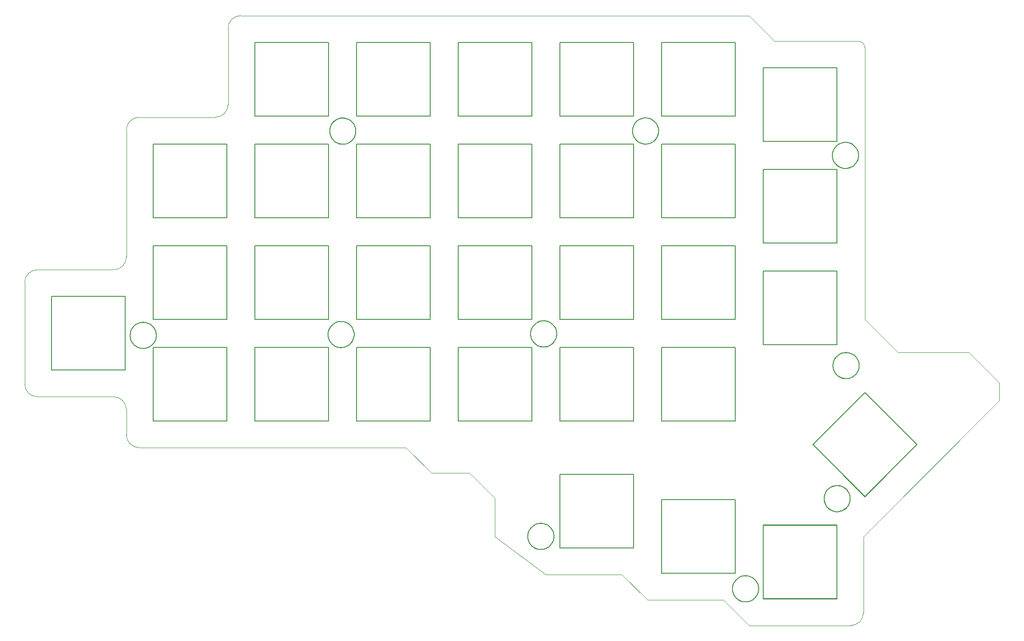
<source format=gbr>
G04 #@! TF.GenerationSoftware,KiCad,Pcbnew,5.1.9*
G04 #@! TF.CreationDate,2021-04-17T13:18:15+02:00*
G04 #@! TF.ProjectId,Crystal-Zeliska-plate,43727973-7461-46c2-9d5a-656c69736b61,rev?*
G04 #@! TF.SameCoordinates,Original*
G04 #@! TF.FileFunction,Other,ECO2*
%FSLAX46Y46*%
G04 Gerber Fmt 4.6, Leading zero omitted, Abs format (unit mm)*
G04 Created by KiCad (PCBNEW 5.1.9) date 2021-04-17 13:18:15*
%MOMM*%
%LPD*%
G01*
G04 APERTURE LIST*
G04 #@! TA.AperFunction,Profile*
%ADD10C,0.200000*%
G04 #@! TD*
G04 #@! TA.AperFunction,Profile*
%ADD11C,0.100000*%
G04 #@! TD*
%ADD12C,0.100000*%
%ADD13C,0.200000*%
G04 APERTURE END LIST*
D10*
X136695831Y-131572496D02*
X136604622Y-131833222D01*
X136604622Y-131833222D02*
X136543981Y-132098811D01*
X136543981Y-132098811D02*
X136513425Y-132366835D01*
X136513425Y-132366835D02*
X136512471Y-132634862D01*
X136512471Y-132634862D02*
X136540636Y-132900465D01*
X136540636Y-132900465D02*
X136597435Y-133161214D01*
X136597435Y-133161214D02*
X136682387Y-133414680D01*
X136682387Y-133414680D02*
X136795008Y-133658433D01*
X136795008Y-133658433D02*
X136934814Y-133890044D01*
X136934814Y-133890044D02*
X137101322Y-134107083D01*
X137101322Y-134107083D02*
X137226924Y-134242482D01*
X137226924Y-134242482D02*
X137432899Y-134426523D01*
X137432899Y-134426523D02*
X137655066Y-134584184D01*
X137655066Y-134584184D02*
X137890994Y-134714982D01*
X137890994Y-134714982D02*
X138138254Y-134818433D01*
X138138254Y-134818433D02*
X138394418Y-134894055D01*
X138394418Y-134894055D02*
X138657054Y-134941363D01*
X138657054Y-134941363D02*
X138923736Y-134959875D01*
X138923736Y-134959875D02*
X139192032Y-134949108D01*
X139192032Y-134949108D02*
X139459514Y-134908578D01*
X139459514Y-134908578D02*
X139723752Y-134837802D01*
X139723752Y-134837802D02*
X139896910Y-134773576D01*
X139896910Y-134773576D02*
X140145765Y-134653708D01*
X140145765Y-134653708D02*
X140376445Y-134508787D01*
X140376445Y-134508787D02*
X140587572Y-134340872D01*
X140587572Y-134340872D02*
X140777771Y-134152022D01*
X140777771Y-134152022D02*
X140945666Y-133944297D01*
X140945666Y-133944297D02*
X141089880Y-133719756D01*
X141089880Y-133719756D02*
X141209037Y-133480459D01*
X141209037Y-133480459D02*
X141301762Y-133228465D01*
X141301762Y-133228465D02*
X141366677Y-132965834D01*
X141366677Y-132965834D02*
X141402408Y-132694624D01*
X141402408Y-132694624D02*
X141409336Y-132510070D01*
X141409336Y-132510070D02*
X141397347Y-132267917D01*
X141397347Y-132267917D02*
X141361825Y-132029866D01*
X141361825Y-132029866D02*
X141303434Y-131797524D01*
X141303434Y-131797524D02*
X141222841Y-131572496D01*
X141222841Y-131572496D02*
X141120710Y-131356388D01*
X141120710Y-131356388D02*
X140997707Y-131150809D01*
X140997707Y-131150809D02*
X140854498Y-130957363D01*
X140854498Y-130957363D02*
X140691748Y-130777659D01*
X140691748Y-130777659D02*
X140512043Y-130614908D01*
X140512043Y-130614908D02*
X140318597Y-130471699D01*
X140318597Y-130471699D02*
X140113017Y-130348696D01*
X140113017Y-130348696D02*
X139896910Y-130246565D01*
X139896910Y-130246565D02*
X139671882Y-130165971D01*
X139671882Y-130165971D02*
X139439539Y-130107581D01*
X139439539Y-130107581D02*
X139201488Y-130072058D01*
X139201488Y-130072058D02*
X138959336Y-130060070D01*
X139479271Y-92099999D02*
X139479271Y-92099999D01*
X177309267Y-139880091D02*
X177033483Y-139895600D01*
X177033483Y-139895600D02*
X176764904Y-139941212D01*
X176764904Y-139941212D02*
X176505589Y-140015551D01*
X176505589Y-140015551D02*
X176257599Y-140117239D01*
X176257599Y-140117239D02*
X176022991Y-140244902D01*
X176022991Y-140244902D02*
X175803827Y-140397162D01*
X175803827Y-140397162D02*
X175602165Y-140572644D01*
X175602165Y-140572644D02*
X175420065Y-140769972D01*
X175420065Y-140769972D02*
X175259586Y-140987770D01*
X175259586Y-140987770D02*
X175122787Y-141224661D01*
X175122787Y-141224661D02*
X175045762Y-141392517D01*
X175045762Y-141392517D02*
X174954553Y-141653243D01*
X174954553Y-141653243D02*
X174893912Y-141918832D01*
X174893912Y-141918832D02*
X174863356Y-142186856D01*
X174863356Y-142186856D02*
X174862402Y-142454883D01*
X174862402Y-142454883D02*
X174890567Y-142720486D01*
X174890567Y-142720486D02*
X174947366Y-142981235D01*
X174947366Y-142981235D02*
X175032318Y-143234701D01*
X175032318Y-143234701D02*
X175144939Y-143478454D01*
X175144939Y-143478454D02*
X175284745Y-143710065D01*
X175284745Y-143710065D02*
X175451253Y-143927104D01*
X175451253Y-143927104D02*
X175576855Y-144062503D01*
X175576855Y-144062503D02*
X175782830Y-144246544D01*
X175782830Y-144246544D02*
X176004997Y-144404205D01*
X176004997Y-144404205D02*
X176240925Y-144535003D01*
X176240925Y-144535003D02*
X176488185Y-144638454D01*
X176488185Y-144638454D02*
X176744349Y-144714076D01*
X176744349Y-144714076D02*
X177006985Y-144761384D01*
X177006985Y-144761384D02*
X177273667Y-144779896D01*
X177273667Y-144779896D02*
X177541963Y-144769128D01*
X177541963Y-144769128D02*
X177809445Y-144728598D01*
X177809445Y-144728598D02*
X178073683Y-144657822D01*
X178073683Y-144657822D02*
X178246841Y-144593596D01*
X99265626Y-93732564D02*
X99174417Y-93993290D01*
X99174417Y-93993290D02*
X99113777Y-94258879D01*
X99113777Y-94258879D02*
X99083221Y-94526903D01*
X99083221Y-94526903D02*
X99082267Y-94794930D01*
X99082267Y-94794930D02*
X99110432Y-95060533D01*
X99110432Y-95060533D02*
X99167231Y-95321282D01*
X99167231Y-95321282D02*
X99252183Y-95574748D01*
X99252183Y-95574748D02*
X99364804Y-95818501D01*
X99364804Y-95818501D02*
X99504610Y-96050112D01*
X99504610Y-96050112D02*
X99671118Y-96267151D01*
X99671118Y-96267151D02*
X99796720Y-96402550D01*
X99796720Y-96402550D02*
X100002695Y-96586591D01*
X100002695Y-96586591D02*
X100224862Y-96744252D01*
X100224862Y-96744252D02*
X100460790Y-96875050D01*
X100460790Y-96875050D02*
X100708050Y-96978501D01*
X100708050Y-96978501D02*
X100964214Y-97054123D01*
X100964214Y-97054123D02*
X101226850Y-97101431D01*
X101226850Y-97101431D02*
X101493532Y-97119943D01*
X101493532Y-97119943D02*
X101761828Y-97109175D01*
X101761828Y-97109175D02*
X102029310Y-97068645D01*
X102029310Y-97068645D02*
X102293548Y-96997869D01*
X102293548Y-96997869D02*
X102466706Y-96933643D01*
X102466706Y-96933643D02*
X102715561Y-96813776D01*
X102715561Y-96813776D02*
X102946241Y-96668855D01*
X102946241Y-96668855D02*
X103157368Y-96500940D01*
X103157368Y-96500940D02*
X103347567Y-96312090D01*
X103347567Y-96312090D02*
X103515461Y-96104365D01*
X103515461Y-96104365D02*
X103659675Y-95879824D01*
X103659675Y-95879824D02*
X103778833Y-95640527D01*
X103778833Y-95640527D02*
X103871557Y-95388533D01*
X103871557Y-95388533D02*
X103936473Y-95125902D01*
X103936473Y-95125902D02*
X103972204Y-94854692D01*
X103972204Y-94854692D02*
X103979132Y-94670138D01*
X103979132Y-94670138D02*
X103966482Y-94419639D01*
X103966482Y-94419639D02*
X103929356Y-94176377D01*
X103929356Y-94176377D02*
X103868984Y-93941583D01*
X103868984Y-93941583D02*
X103786598Y-93716487D01*
X103786598Y-93716487D02*
X103683430Y-93502322D01*
X103683430Y-93502322D02*
X103560710Y-93300319D01*
X103560710Y-93300319D02*
X103419670Y-93111710D01*
X103419670Y-93111710D02*
X103261543Y-92937726D01*
X103261543Y-92937726D02*
X103087559Y-92779599D01*
X103087559Y-92779599D02*
X102898949Y-92638559D01*
X102898949Y-92638559D02*
X102696946Y-92515839D01*
X102696946Y-92515839D02*
X102482781Y-92412671D01*
X102482781Y-92412671D02*
X102257686Y-92330285D01*
X102257686Y-92330285D02*
X102022891Y-92269913D01*
X102022891Y-92269913D02*
X101779629Y-92232787D01*
X101779629Y-92232787D02*
X101529131Y-92220138D01*
X64449197Y-92380158D02*
X64449197Y-92380158D01*
X158579307Y-54080004D02*
X158303523Y-54095513D01*
X158303523Y-54095513D02*
X158034944Y-54141125D01*
X158034944Y-54141125D02*
X157775629Y-54215464D01*
X157775629Y-54215464D02*
X157527639Y-54317152D01*
X157527639Y-54317152D02*
X157293031Y-54444814D01*
X157293031Y-54444814D02*
X157073867Y-54597075D01*
X157073867Y-54597075D02*
X156872205Y-54772557D01*
X156872205Y-54772557D02*
X156690105Y-54969885D01*
X156690105Y-54969885D02*
X156529626Y-55187682D01*
X156529626Y-55187682D02*
X156392827Y-55424573D01*
X156392827Y-55424573D02*
X156315802Y-55592429D01*
X156315802Y-55592429D02*
X156224593Y-55853155D01*
X156224593Y-55853155D02*
X156163952Y-56118745D01*
X156163952Y-56118745D02*
X156133396Y-56386768D01*
X156133396Y-56386768D02*
X156132442Y-56654796D01*
X156132442Y-56654796D02*
X156160607Y-56920399D01*
X156160607Y-56920399D02*
X156217406Y-57181148D01*
X156217406Y-57181148D02*
X156302358Y-57434614D01*
X156302358Y-57434614D02*
X156414979Y-57678367D01*
X156414979Y-57678367D02*
X156554785Y-57909977D01*
X156554785Y-57909977D02*
X156721293Y-58127017D01*
X156721293Y-58127017D02*
X156846895Y-58262416D01*
X156846895Y-58262416D02*
X157052870Y-58446457D01*
X157052870Y-58446457D02*
X157275037Y-58604118D01*
X157275037Y-58604118D02*
X157510965Y-58734916D01*
X157510965Y-58734916D02*
X157758225Y-58838367D01*
X157758225Y-58838367D02*
X158014389Y-58913988D01*
X158014389Y-58913988D02*
X158277025Y-58961297D01*
X158277025Y-58961297D02*
X158543707Y-58979808D01*
X158543707Y-58979808D02*
X158812003Y-58969041D01*
X158812003Y-58969041D02*
X159079485Y-58928511D01*
X159079485Y-58928511D02*
X159343723Y-58857735D01*
X159343723Y-58857735D02*
X159516881Y-58793509D01*
X159516881Y-58793509D02*
X159765736Y-58673641D01*
X159765736Y-58673641D02*
X159996416Y-58528720D01*
X159996416Y-58528720D02*
X160207543Y-58360805D01*
X160207543Y-58360805D02*
X160397742Y-58171955D01*
X160397742Y-58171955D02*
X160565637Y-57964230D01*
X160565637Y-57964230D02*
X160709851Y-57739690D01*
X160709851Y-57739690D02*
X160829008Y-57500393D01*
X160829008Y-57500393D02*
X160921733Y-57248399D01*
X160921733Y-57248399D02*
X160986648Y-56985767D01*
X160986648Y-56985767D02*
X161022379Y-56714558D01*
X161022379Y-56714558D02*
X161029307Y-56530004D01*
X161029307Y-56530004D02*
X161016657Y-56279505D01*
X161016657Y-56279505D02*
X160979531Y-56036243D01*
X160979531Y-56036243D02*
X160919159Y-55801448D01*
X160919159Y-55801448D02*
X160836773Y-55576353D01*
X160836773Y-55576353D02*
X160733605Y-55362188D01*
X160733605Y-55362188D02*
X160610885Y-55160185D01*
X160610885Y-55160185D02*
X160469846Y-54971576D01*
X160469846Y-54971576D02*
X160311718Y-54797592D01*
X160311718Y-54797592D02*
X160137734Y-54639464D01*
X160137734Y-54639464D02*
X159949125Y-54498425D01*
X159949125Y-54498425D02*
X159747122Y-54375705D01*
X159747122Y-54375705D02*
X159532957Y-54272537D01*
X159532957Y-54272537D02*
X159307862Y-54190151D01*
X159307862Y-54190151D02*
X159073067Y-54129779D01*
X159073067Y-54129779D02*
X158829805Y-54092653D01*
X158829805Y-54092653D02*
X158579307Y-54080004D01*
X101529131Y-92220138D02*
X101529131Y-92220138D01*
X101839271Y-54100077D02*
X101563487Y-54115586D01*
X101563487Y-54115586D02*
X101294908Y-54161199D01*
X101294908Y-54161199D02*
X101035593Y-54235537D01*
X101035593Y-54235537D02*
X100787603Y-54337225D01*
X100787603Y-54337225D02*
X100552995Y-54464888D01*
X100552995Y-54464888D02*
X100333831Y-54617148D01*
X100333831Y-54617148D02*
X100132169Y-54792631D01*
X100132169Y-54792631D02*
X99950068Y-54989959D01*
X99950068Y-54989959D02*
X99789589Y-55207756D01*
X99789589Y-55207756D02*
X99652791Y-55444647D01*
X99652791Y-55444647D02*
X99575765Y-55612503D01*
X99575765Y-55612503D02*
X99484556Y-55873229D01*
X99484556Y-55873229D02*
X99423916Y-56138818D01*
X99423916Y-56138818D02*
X99393360Y-56406842D01*
X99393360Y-56406842D02*
X99392406Y-56674869D01*
X99392406Y-56674869D02*
X99420571Y-56940472D01*
X99420571Y-56940472D02*
X99477370Y-57201221D01*
X99477370Y-57201221D02*
X99562322Y-57454687D01*
X99562322Y-57454687D02*
X99674943Y-57698440D01*
X99674943Y-57698440D02*
X99814749Y-57930051D01*
X99814749Y-57930051D02*
X99981257Y-58147090D01*
X99981257Y-58147090D02*
X100106859Y-58282489D01*
X100106859Y-58282489D02*
X100312834Y-58466530D01*
X100312834Y-58466530D02*
X100535001Y-58624191D01*
X100535001Y-58624191D02*
X100770929Y-58754989D01*
X100770929Y-58754989D02*
X101018189Y-58858440D01*
X101018189Y-58858440D02*
X101274353Y-58934062D01*
X101274353Y-58934062D02*
X101536989Y-58981370D01*
X101536989Y-58981370D02*
X101803671Y-58999882D01*
X101803671Y-58999882D02*
X102071967Y-58989114D01*
X102071967Y-58989114D02*
X102339449Y-58948584D01*
X102339449Y-58948584D02*
X102603687Y-58877808D01*
X102603687Y-58877808D02*
X102776845Y-58813582D01*
X102776845Y-58813582D02*
X103025700Y-58693715D01*
X103025700Y-58693715D02*
X103256380Y-58548794D01*
X103256380Y-58548794D02*
X103467507Y-58380879D01*
X103467507Y-58380879D02*
X103657706Y-58192029D01*
X103657706Y-58192029D02*
X103825600Y-57984304D01*
X103825600Y-57984304D02*
X103969814Y-57759763D01*
X103969814Y-57759763D02*
X104088972Y-57520466D01*
X104088972Y-57520466D02*
X104181696Y-57268472D01*
X104181696Y-57268472D02*
X104246612Y-57005841D01*
X104246612Y-57005841D02*
X104282343Y-56734631D01*
X104282343Y-56734631D02*
X104289271Y-56550077D01*
X104289271Y-56550077D02*
X104277282Y-56307924D01*
X104277282Y-56307924D02*
X104241759Y-56069873D01*
X104241759Y-56069873D02*
X104183369Y-55837531D01*
X104183369Y-55837531D02*
X104102775Y-55612503D01*
X104102775Y-55612503D02*
X104000644Y-55396395D01*
X104000644Y-55396395D02*
X103877641Y-55190816D01*
X103877641Y-55190816D02*
X103734432Y-54997370D01*
X103734432Y-54997370D02*
X103571682Y-54817666D01*
X103571682Y-54817666D02*
X103391977Y-54654915D01*
X103391977Y-54654915D02*
X103198531Y-54511705D01*
X103198531Y-54511705D02*
X102992952Y-54388703D01*
X102992952Y-54388703D02*
X102776845Y-54286572D01*
X102776845Y-54286572D02*
X102551816Y-54205978D01*
X102551816Y-54205978D02*
X102319474Y-54147588D01*
X102319474Y-54147588D02*
X102081423Y-54112065D01*
X102081423Y-54112065D02*
X101839271Y-54100077D01*
D11*
X182736236Y-39662123D02*
X198464420Y-39708640D01*
X199674420Y-40908640D02*
X199674420Y-91798640D01*
X199674420Y-91798640D02*
X205854420Y-97978640D01*
X219114420Y-97978640D02*
X224854420Y-103718640D01*
X224854420Y-103718640D02*
X224857219Y-107078640D01*
X224857219Y-107078640D02*
X199403716Y-132532143D01*
X199403716Y-132532143D02*
X199403716Y-146819643D01*
X197023736Y-149197083D02*
X177973736Y-149197083D01*
D10*
X196191759Y-123697663D02*
X196012054Y-123534912D01*
X196012054Y-123534912D02*
X195818608Y-123391703D01*
X195818608Y-123391703D02*
X195613028Y-123268700D01*
X195613028Y-123268700D02*
X195396921Y-123166570D01*
X195396921Y-123166570D02*
X195171893Y-123085976D01*
X195171893Y-123085976D02*
X194939550Y-123027586D01*
X194939550Y-123027586D02*
X194701499Y-122992063D01*
X194701499Y-122992063D02*
X194459347Y-122980075D01*
X177309267Y-139880091D02*
X177309267Y-139880091D01*
X64449197Y-92380158D02*
X64198698Y-92392807D01*
X64198698Y-92392807D02*
X63955436Y-92429933D01*
X63955436Y-92429933D02*
X63720642Y-92490305D01*
X63720642Y-92490305D02*
X63495546Y-92572691D01*
X63495546Y-92572691D02*
X63281382Y-92675859D01*
X63281382Y-92675859D02*
X63079379Y-92798579D01*
X63079379Y-92798579D02*
X62890770Y-92939619D01*
X62890770Y-92939619D02*
X62716786Y-93097746D01*
X62716786Y-93097746D02*
X62558658Y-93271730D01*
X62558658Y-93271730D02*
X62417619Y-93460339D01*
X62417619Y-93460339D02*
X62294899Y-93662342D01*
X62294899Y-93662342D02*
X62191731Y-93876507D01*
X62191731Y-93876507D02*
X62109345Y-94101603D01*
X62109345Y-94101603D02*
X62048973Y-94336397D01*
X62048973Y-94336397D02*
X62011847Y-94579659D01*
X62011847Y-94579659D02*
X61999198Y-94830158D01*
X61999198Y-94830158D02*
X62011847Y-95080656D01*
X62011847Y-95080656D02*
X62048973Y-95323918D01*
X62048973Y-95323918D02*
X62109345Y-95558713D01*
X62109345Y-95558713D02*
X62191731Y-95783808D01*
X62191731Y-95783808D02*
X62294899Y-95997973D01*
X62294899Y-95997973D02*
X62417619Y-96199976D01*
X62417619Y-96199976D02*
X62558658Y-96388586D01*
X62558658Y-96388586D02*
X62716786Y-96562570D01*
X62716786Y-96562570D02*
X62890770Y-96720697D01*
X62890770Y-96720697D02*
X63079379Y-96861737D01*
X63079379Y-96861737D02*
X63281382Y-96984457D01*
X63281382Y-96984457D02*
X63495546Y-97087625D01*
X63495546Y-97087625D02*
X63720642Y-97170011D01*
X63720642Y-97170011D02*
X63955436Y-97230383D01*
X63955436Y-97230383D02*
X64198698Y-97267509D01*
X64198698Y-97267509D02*
X64449197Y-97280159D01*
X64449197Y-97280159D02*
X64699695Y-97267509D01*
X64699695Y-97267509D02*
X64942957Y-97230383D01*
X64942957Y-97230383D02*
X65177752Y-97170011D01*
X65177752Y-97170011D02*
X65402848Y-97087625D01*
X65402848Y-97087625D02*
X65617013Y-96984457D01*
X65617013Y-96984457D02*
X65819016Y-96861737D01*
X65819016Y-96861737D02*
X66007625Y-96720697D01*
X66007625Y-96720697D02*
X66181609Y-96562570D01*
X66181609Y-96562570D02*
X66339737Y-96388586D01*
X66339737Y-96388586D02*
X66480776Y-96199976D01*
X66480776Y-96199976D02*
X66603496Y-95997973D01*
X66603496Y-95997973D02*
X66706664Y-95783808D01*
X66706664Y-95783808D02*
X66789050Y-95558713D01*
X66789050Y-95558713D02*
X66849422Y-95323918D01*
X66849422Y-95323918D02*
X66886548Y-95080656D01*
X66886548Y-95080656D02*
X66899198Y-94830158D01*
X66899198Y-94830158D02*
X66887209Y-94588005D01*
X66887209Y-94588005D02*
X66851687Y-94349954D01*
X66851687Y-94349954D02*
X66793296Y-94117612D01*
X66793296Y-94117612D02*
X66712703Y-93892584D01*
X66712703Y-93892584D02*
X66610572Y-93676476D01*
X66610572Y-93676476D02*
X66487569Y-93470897D01*
X66487569Y-93470897D02*
X66344360Y-93277451D01*
X66344360Y-93277451D02*
X66181610Y-93097747D01*
X66181610Y-93097747D02*
X66001904Y-92934996D01*
X66001904Y-92934996D02*
X65808459Y-92791786D01*
X65808459Y-92791786D02*
X65602879Y-92668784D01*
X65602879Y-92668784D02*
X65386772Y-92566653D01*
X65386772Y-92566653D02*
X65161743Y-92486059D01*
X65161743Y-92486059D02*
X64929400Y-92427669D01*
X64929400Y-92427669D02*
X64691349Y-92392146D01*
X64691349Y-92392146D02*
X64449197Y-92380158D01*
X194459347Y-122980075D02*
X194459347Y-122980075D01*
X101529131Y-92220138D02*
X101253347Y-92235647D01*
X101253347Y-92235647D02*
X100984768Y-92281260D01*
X100984768Y-92281260D02*
X100725454Y-92355598D01*
X100725454Y-92355598D02*
X100477463Y-92457286D01*
X100477463Y-92457286D02*
X100242856Y-92584949D01*
X100242856Y-92584949D02*
X100023692Y-92737209D01*
X100023692Y-92737209D02*
X99822030Y-92912692D01*
X99822030Y-92912692D02*
X99639929Y-93110020D01*
X99639929Y-93110020D02*
X99479450Y-93327817D01*
X99479450Y-93327817D02*
X99342652Y-93564708D01*
X99342652Y-93564708D02*
X99265626Y-93732564D01*
D11*
X177973736Y-34899623D02*
X182736236Y-39662123D01*
D10*
X194406889Y-102232615D02*
X194612864Y-102416656D01*
X194612864Y-102416656D02*
X194835031Y-102574317D01*
X194835031Y-102574317D02*
X195070959Y-102705115D01*
X195070959Y-102705115D02*
X195318219Y-102808566D01*
X195318219Y-102808566D02*
X195574383Y-102884187D01*
X195574383Y-102884187D02*
X195837019Y-102931496D01*
X195837019Y-102931496D02*
X196103701Y-102950007D01*
X196103701Y-102950007D02*
X196371997Y-102939240D01*
X196371997Y-102939240D02*
X196639479Y-102898710D01*
X196639479Y-102898710D02*
X196903717Y-102827934D01*
X196903717Y-102827934D02*
X197076875Y-102763708D01*
X197076875Y-102763708D02*
X197325730Y-102643840D01*
X197325730Y-102643840D02*
X197556410Y-102498919D01*
X197556410Y-102498919D02*
X197767537Y-102331004D01*
X197767537Y-102331004D02*
X197957736Y-102142154D01*
X197957736Y-102142154D02*
X198125630Y-101934429D01*
X198125630Y-101934429D02*
X198269844Y-101709889D01*
X198269844Y-101709889D02*
X198389002Y-101470592D01*
X198389002Y-101470592D02*
X198481726Y-101218598D01*
X198481726Y-101218598D02*
X198546642Y-100955966D01*
X198546642Y-100955966D02*
X198582373Y-100684757D01*
X198582373Y-100684757D02*
X198589301Y-100500203D01*
X198589301Y-100500203D02*
X198577312Y-100258050D01*
X198577312Y-100258050D02*
X198541789Y-100019999D01*
X198541789Y-100019999D02*
X198483399Y-99787656D01*
X198483399Y-99787656D02*
X198402805Y-99562628D01*
X198402805Y-99562628D02*
X198300674Y-99346520D01*
X198300674Y-99346520D02*
X198177671Y-99140941D01*
X198177671Y-99140941D02*
X198034462Y-98947495D01*
X198034462Y-98947495D02*
X197871712Y-98767791D01*
X197871712Y-98767791D02*
X197692007Y-98605040D01*
X197692007Y-98605040D02*
X197498561Y-98461831D01*
X197498561Y-98461831D02*
X197292982Y-98338828D01*
X197292982Y-98338828D02*
X197076874Y-98236698D01*
X197076874Y-98236698D02*
X196851846Y-98156104D01*
X196851846Y-98156104D02*
X196619503Y-98097714D01*
X196619503Y-98097714D02*
X196381452Y-98062191D01*
X196381452Y-98062191D02*
X196139300Y-98050203D01*
X196029326Y-58649982D02*
X195753542Y-58665491D01*
X195753542Y-58665491D02*
X195484963Y-58711103D01*
X195484963Y-58711103D02*
X195225648Y-58785442D01*
X195225648Y-58785442D02*
X194977658Y-58887130D01*
X194977658Y-58887130D02*
X194743050Y-59014792D01*
X194743050Y-59014792D02*
X194523886Y-59167053D01*
X194523886Y-59167053D02*
X194322224Y-59342535D01*
X194322224Y-59342535D02*
X194140124Y-59539863D01*
X194140124Y-59539863D02*
X193979645Y-59757660D01*
X193979645Y-59757660D02*
X193842846Y-59994551D01*
X193842846Y-59994551D02*
X193765821Y-60162407D01*
X193765821Y-60162407D02*
X193674612Y-60423133D01*
X193674612Y-60423133D02*
X193613971Y-60688723D01*
X193613971Y-60688723D02*
X193583415Y-60956746D01*
X193583415Y-60956746D02*
X193582461Y-61224774D01*
X193582461Y-61224774D02*
X193610626Y-61490377D01*
X193610626Y-61490377D02*
X193667425Y-61751126D01*
X193667425Y-61751126D02*
X193752377Y-62004592D01*
X193752377Y-62004592D02*
X193864998Y-62248345D01*
X193864998Y-62248345D02*
X194004804Y-62479956D01*
X194004804Y-62479956D02*
X194171312Y-62696995D01*
X194171312Y-62696995D02*
X194296914Y-62832394D01*
X194296914Y-62832394D02*
X194502889Y-63016435D01*
X194502889Y-63016435D02*
X194725056Y-63174096D01*
X194725056Y-63174096D02*
X194960984Y-63304894D01*
X194960984Y-63304894D02*
X195208244Y-63408345D01*
X195208244Y-63408345D02*
X195464408Y-63483967D01*
X195464408Y-63483967D02*
X195727044Y-63531275D01*
X195727044Y-63531275D02*
X195993726Y-63549787D01*
X195993726Y-63549787D02*
X196262022Y-63539019D01*
X196262022Y-63539019D02*
X196529504Y-63498489D01*
X196529504Y-63498489D02*
X196793742Y-63427713D01*
X196793742Y-63427713D02*
X196966900Y-63363487D01*
X196966900Y-63363487D02*
X197215755Y-63243620D01*
X197215755Y-63243620D02*
X197446435Y-63098699D01*
X197446435Y-63098699D02*
X197657562Y-62930784D01*
X197657562Y-62930784D02*
X197847761Y-62741934D01*
X197847761Y-62741934D02*
X198015656Y-62534209D01*
X198015656Y-62534209D02*
X198159870Y-62309668D01*
X198159870Y-62309668D02*
X198279027Y-62070371D01*
X198279027Y-62070371D02*
X198371752Y-61818377D01*
X198371752Y-61818377D02*
X198436667Y-61555746D01*
X198436667Y-61555746D02*
X198472398Y-61284536D01*
X198472398Y-61284536D02*
X198479326Y-61099982D01*
X198479326Y-61099982D02*
X198467337Y-60857829D01*
X198467337Y-60857829D02*
X198431815Y-60619778D01*
X198431815Y-60619778D02*
X198373424Y-60387435D01*
X198373424Y-60387435D02*
X198292831Y-60162407D01*
X198292831Y-60162407D02*
X198190700Y-59946299D01*
X198190700Y-59946299D02*
X198067697Y-59740720D01*
X198067697Y-59740720D02*
X197924488Y-59547274D01*
X197924488Y-59547274D02*
X197761738Y-59367570D01*
X137247376Y-58955963D02*
X137247376Y-72755783D01*
X123447556Y-72755783D02*
X123447556Y-58955963D01*
X123447556Y-91805783D02*
X137247376Y-91805783D01*
X137247376Y-78005963D02*
X123447556Y-78005963D01*
X137247376Y-78005963D02*
X137247376Y-91805783D01*
X123447556Y-91805783D02*
X123447556Y-78005963D01*
X123447556Y-110855783D02*
X123447556Y-97055963D01*
X137247376Y-97055963D02*
X137247376Y-110855783D01*
X194397376Y-63718463D02*
X194397376Y-77518283D01*
X180597556Y-77518283D02*
X180597556Y-63718463D01*
X180597556Y-96568283D02*
X180597556Y-82768463D01*
X194397376Y-82768463D02*
X194397376Y-96568283D01*
X194397376Y-82768463D02*
X180597556Y-82768463D01*
X180597556Y-96568283D02*
X194397376Y-96568283D01*
X189924436Y-115298243D02*
X199683116Y-125056923D01*
X209441796Y-115298243D02*
X199683116Y-105542103D01*
X99147376Y-39905963D02*
X85347556Y-39905963D01*
X85347556Y-53705783D02*
X99147376Y-53705783D01*
X85347556Y-72755783D02*
X85347556Y-58955963D01*
X99147376Y-58955963D02*
X99147376Y-72755783D01*
X99147376Y-58955963D02*
X85347556Y-58955963D01*
X85347556Y-72755783D02*
X99147376Y-72755783D01*
X85347556Y-91805783D02*
X85347556Y-78005963D01*
X99147376Y-78005963D02*
X99147376Y-91805783D01*
X175347376Y-39905963D02*
X161547556Y-39905963D01*
X161547556Y-53705783D02*
X175347376Y-53705783D01*
X66297556Y-72755783D02*
X66297556Y-58955963D01*
X80097376Y-58955963D02*
X80097376Y-72755783D01*
X80097376Y-58955963D02*
X66297556Y-58955963D01*
X66297556Y-72755783D02*
X80097376Y-72755783D01*
X66297556Y-110855783D02*
X80097376Y-110855783D01*
X80097376Y-97055963D02*
X66297556Y-97055963D01*
X175347376Y-58955963D02*
X175347376Y-72755783D01*
X161547556Y-72755783D02*
X161547556Y-58955963D01*
X161547556Y-91805783D02*
X161547556Y-78005963D01*
X175347376Y-78005963D02*
X175347376Y-91805783D01*
X175347376Y-78005963D02*
X161547556Y-78005963D01*
X161547556Y-91805783D02*
X175347376Y-91805783D01*
X161547556Y-110855783D02*
X161547556Y-97055963D01*
X175347376Y-97055963D02*
X175347376Y-110855783D01*
X118197376Y-39905963D02*
X118197376Y-53705783D01*
X104397556Y-53705783D02*
X104397556Y-39905963D01*
X104397556Y-72755783D02*
X118197376Y-72755783D01*
X118197376Y-58955963D02*
X104397556Y-58955963D01*
X118197376Y-58955963D02*
X118197376Y-72755783D01*
X104397556Y-72755783D02*
X104397556Y-58955963D01*
X104397556Y-110855783D02*
X104397556Y-97055963D01*
X118197376Y-97055963D02*
X118197376Y-110855783D01*
X156297376Y-97055963D02*
X142497556Y-97055963D01*
X142497556Y-110855783D02*
X156297376Y-110855783D01*
X142497556Y-134668283D02*
X156297376Y-134668283D01*
X156297376Y-120868463D02*
X142497556Y-120868463D01*
X156297376Y-120868463D02*
X156297376Y-134668283D01*
X142497556Y-134668283D02*
X142497556Y-120868463D01*
X161547556Y-72755783D02*
X175347376Y-72755783D01*
X175347376Y-58955963D02*
X161547556Y-58955963D01*
X178246841Y-144593596D02*
X178495696Y-144473729D01*
X178495696Y-144473729D02*
X178726376Y-144328808D01*
X178726376Y-144328808D02*
X178937503Y-144160893D01*
X178937503Y-144160893D02*
X179127702Y-143972043D01*
X179127702Y-143972043D02*
X179295597Y-143764318D01*
X179295597Y-143764318D02*
X179439811Y-143539777D01*
X179439811Y-143539777D02*
X179558968Y-143300480D01*
X179558968Y-143300480D02*
X179651693Y-143048486D01*
X179651693Y-143048486D02*
X179716608Y-142785855D01*
X179716608Y-142785855D02*
X179752339Y-142514645D01*
X179752339Y-142514645D02*
X179759267Y-142330091D01*
X179759267Y-142330091D02*
X179747278Y-142087938D01*
X179747278Y-142087938D02*
X179711756Y-141849887D01*
X179711756Y-141849887D02*
X179653365Y-141617545D01*
X179653365Y-141617545D02*
X179572772Y-141392517D01*
X179572772Y-141392517D02*
X179470641Y-141176409D01*
X179470641Y-141176409D02*
X179347638Y-140970830D01*
X179347638Y-140970830D02*
X179204429Y-140777384D01*
X179204429Y-140777384D02*
X179041679Y-140597680D01*
X179041679Y-140597680D02*
X178861974Y-140434929D01*
X178861974Y-140434929D02*
X178668528Y-140291719D01*
X178668528Y-140291719D02*
X178462948Y-140168717D01*
X178462948Y-140168717D02*
X178246841Y-140066586D01*
X178246841Y-140066586D02*
X178021813Y-139985992D01*
X178021813Y-139985992D02*
X177789470Y-139927602D01*
X177789470Y-139927602D02*
X177551419Y-139892079D01*
X177551419Y-139892079D02*
X177309267Y-139880091D01*
X138959336Y-130060070D02*
X138959336Y-130060070D01*
X194459347Y-122980075D02*
X194183563Y-122995584D01*
X194183563Y-122995584D02*
X193914984Y-123041196D01*
X193914984Y-123041196D02*
X193655669Y-123115535D01*
X193655669Y-123115535D02*
X193407679Y-123217223D01*
X193407679Y-123217223D02*
X193173071Y-123344885D01*
X193173071Y-123344885D02*
X192953907Y-123497146D01*
X192953907Y-123497146D02*
X192752245Y-123672628D01*
X192752245Y-123672628D02*
X192570145Y-123869956D01*
X192570145Y-123869956D02*
X192409666Y-124087753D01*
X192409666Y-124087753D02*
X192272867Y-124324644D01*
X192272867Y-124324644D02*
X192195842Y-124492500D01*
X192195842Y-124492500D02*
X192104633Y-124753226D01*
X192104633Y-124753226D02*
X192043992Y-125018816D01*
X192043992Y-125018816D02*
X192013436Y-125286839D01*
X192013436Y-125286839D02*
X192012482Y-125554867D01*
X192012482Y-125554867D02*
X192040647Y-125820470D01*
X192040647Y-125820470D02*
X192097446Y-126081219D01*
X192097446Y-126081219D02*
X192182398Y-126334685D01*
X192182398Y-126334685D02*
X192295019Y-126578438D01*
X192295019Y-126578438D02*
X192434825Y-126810048D01*
X192434825Y-126810048D02*
X192601333Y-127027088D01*
X192601333Y-127027088D02*
X192726935Y-127162487D01*
X192726935Y-127162487D02*
X192932910Y-127346528D01*
X192932910Y-127346528D02*
X193155077Y-127504189D01*
X193155077Y-127504189D02*
X193391005Y-127634987D01*
X193391005Y-127634987D02*
X193638265Y-127738438D01*
X193638265Y-127738438D02*
X193894429Y-127814059D01*
X193894429Y-127814059D02*
X194157065Y-127861368D01*
X194157065Y-127861368D02*
X194423747Y-127879879D01*
X194423747Y-127879879D02*
X194692043Y-127869112D01*
X194692043Y-127869112D02*
X194959525Y-127828582D01*
X194959525Y-127828582D02*
X195223763Y-127757806D01*
X195223763Y-127757806D02*
X195396921Y-127693580D01*
X195396921Y-127693580D02*
X195645776Y-127573712D01*
X195645776Y-127573712D02*
X195876456Y-127428791D01*
X195876456Y-127428791D02*
X196087583Y-127260876D01*
X196087583Y-127260876D02*
X196277782Y-127072026D01*
X196277782Y-127072026D02*
X196445677Y-126864301D01*
X196445677Y-126864301D02*
X196589891Y-126639761D01*
X196589891Y-126639761D02*
X196709048Y-126400464D01*
X196709048Y-126400464D02*
X196801773Y-126148470D01*
X196801773Y-126148470D02*
X196866688Y-125885838D01*
X196866688Y-125885838D02*
X196902419Y-125614629D01*
X196902419Y-125614629D02*
X196909347Y-125430075D01*
X196909347Y-125430075D02*
X196897358Y-125187922D01*
X196897358Y-125187922D02*
X196861836Y-124949871D01*
X196861836Y-124949871D02*
X196803445Y-124717528D01*
X196803445Y-124717528D02*
X196722852Y-124492500D01*
X196722852Y-124492500D02*
X196620721Y-124276392D01*
X196620721Y-124276392D02*
X196497718Y-124070813D01*
X196497718Y-124070813D02*
X196354509Y-123877367D01*
X196354509Y-123877367D02*
X196191759Y-123697663D01*
X137247376Y-97055963D02*
X123447556Y-97055963D01*
X123447556Y-110855783D02*
X137247376Y-110855783D01*
X142497556Y-53705783D02*
X156297376Y-53705783D01*
X156297376Y-39905963D02*
X142497556Y-39905963D01*
X156297376Y-39905963D02*
X156297376Y-53705783D01*
X142497556Y-53705783D02*
X142497556Y-39905963D01*
X142497556Y-72755783D02*
X156297376Y-72755783D01*
X156297376Y-58955963D02*
X142497556Y-58955963D01*
X175347376Y-97055963D02*
X161547556Y-97055963D01*
X161547556Y-110855783D02*
X175347376Y-110855783D01*
X180597556Y-58468283D02*
X180597556Y-44668463D01*
X194397376Y-44668463D02*
X194397376Y-58468283D01*
X194397376Y-44668463D02*
X180597556Y-44668463D01*
X180597556Y-58468283D02*
X194397376Y-58468283D01*
X180597556Y-77518283D02*
X194397376Y-77518283D01*
X194397376Y-63718463D02*
X180597556Y-63718463D01*
D11*
X63673735Y-115865347D02*
G75*
G02*
X61291216Y-113482143I685J2383204D01*
G01*
D10*
X158579307Y-54080004D02*
X158579307Y-54080004D01*
X101839271Y-54100077D02*
X101839271Y-54100077D01*
X161547556Y-139430783D02*
X175347376Y-139430783D01*
X175347376Y-125630963D02*
X161547556Y-125630963D01*
X175347376Y-125630963D02*
X175347376Y-139430783D01*
X161547556Y-139430783D02*
X161547556Y-125630963D01*
X161547556Y-53705783D02*
X161547556Y-39905963D01*
X175347376Y-39905963D02*
X175347376Y-53705783D01*
X80097376Y-78005963D02*
X66297556Y-78005963D01*
X66297556Y-91805783D02*
X80097376Y-91805783D01*
X47247556Y-101330783D02*
X61047376Y-101330783D01*
X61047376Y-87530963D02*
X47247556Y-87530963D01*
X61047376Y-87530963D02*
X61047376Y-101330783D01*
X47247556Y-101330783D02*
X47247556Y-87530963D01*
X85347556Y-53705783D02*
X85347556Y-39905963D01*
X99147376Y-39905963D02*
X99147376Y-53705783D01*
X80097376Y-97055963D02*
X80097376Y-110855783D01*
X66297556Y-110855783D02*
X66297556Y-97055963D01*
X104397556Y-91805783D02*
X104397556Y-78005963D01*
X118197376Y-78005963D02*
X118197376Y-91805783D01*
X118197376Y-78005963D02*
X104397556Y-78005963D01*
X104397556Y-91805783D02*
X118197376Y-91805783D01*
X66297556Y-91805783D02*
X66297556Y-78005963D01*
X80097376Y-78005963D02*
X80097376Y-91805783D01*
D11*
X118441216Y-120624623D02*
X113678716Y-115862123D01*
X113678716Y-115862123D02*
X63674244Y-115861361D01*
X61291216Y-113482143D02*
X61291216Y-108719643D01*
X58911236Y-106337123D02*
X44624244Y-106336361D01*
X42241216Y-103957143D02*
X42239831Y-84938638D01*
X44624244Y-82523861D02*
X58911744Y-82523861D01*
X61292994Y-80142611D02*
X61285413Y-56332126D01*
X63673736Y-53949623D02*
X77961744Y-53948861D01*
X177973736Y-149197083D02*
X173211236Y-144437123D01*
X173211236Y-144437123D02*
X158923736Y-144437123D01*
X158923736Y-144437123D02*
X154161236Y-139674623D01*
X154161236Y-139674623D02*
X139873736Y-139674623D01*
X139873736Y-139674623D02*
X130348736Y-132532143D01*
X130348736Y-132532143D02*
X130348736Y-125387123D01*
X130348736Y-125387123D02*
X125586236Y-120624623D01*
X125586236Y-120624623D02*
X118441216Y-120624623D01*
D10*
X209441796Y-115298243D02*
X199683116Y-125056923D01*
X189924436Y-115298243D02*
X199683116Y-105542103D01*
X180597556Y-144193283D02*
X180597556Y-130393463D01*
X194397376Y-130393463D02*
X194397376Y-144193283D01*
X194397376Y-130393463D02*
X180597556Y-130393463D01*
X180597556Y-144193283D02*
X194397376Y-144193283D01*
D11*
X44624244Y-106340347D02*
G75*
G02*
X42241216Y-103957143I176J2383204D01*
G01*
D10*
X156297376Y-58955963D02*
X156297376Y-72755783D01*
X142497556Y-72755783D02*
X142497556Y-58955963D01*
X142497556Y-91805783D02*
X142497556Y-78005963D01*
X156297376Y-78005963D02*
X156297376Y-91805783D01*
X156297376Y-78005963D02*
X142497556Y-78005963D01*
X142497556Y-91805783D02*
X156297376Y-91805783D01*
X142497556Y-110855783D02*
X142497556Y-97055963D01*
X156297376Y-97055963D02*
X156297376Y-110855783D01*
D11*
X42239831Y-84938638D02*
G75*
G02*
X44624245Y-82523862I2384589J29998D01*
G01*
X61285412Y-56332126D02*
G75*
G02*
X63673736Y-53949623I2389008J-6514D01*
G01*
X61290396Y-80142617D02*
G75*
G02*
X58911237Y-82524622I-2375976J-6023D01*
G01*
D10*
X99147376Y-78005963D02*
X85347556Y-78005963D01*
X85347556Y-91805783D02*
X99147376Y-91805783D01*
X85347556Y-110855783D02*
X99147376Y-110855783D01*
X99147376Y-97055963D02*
X85347556Y-97055963D01*
X99147376Y-97055963D02*
X99147376Y-110855783D01*
X85347556Y-110855783D02*
X85347556Y-97055963D01*
X104397556Y-53705783D02*
X118197376Y-53705783D01*
X118197376Y-39905963D02*
X104397556Y-39905963D01*
X196139300Y-98050203D02*
X195863516Y-98065712D01*
X195863516Y-98065712D02*
X195594937Y-98111324D01*
X195594937Y-98111324D02*
X195335623Y-98185663D01*
X195335623Y-98185663D02*
X195087632Y-98287351D01*
X195087632Y-98287351D02*
X194853025Y-98415013D01*
X194853025Y-98415013D02*
X194633861Y-98567274D01*
X194633861Y-98567274D02*
X194432199Y-98742756D01*
X194432199Y-98742756D02*
X194250098Y-98940084D01*
X194250098Y-98940084D02*
X194089619Y-99157881D01*
X194089619Y-99157881D02*
X193952821Y-99394772D01*
X193952821Y-99394772D02*
X193875795Y-99562628D01*
X193875795Y-99562628D02*
X193784586Y-99823354D01*
X193784586Y-99823354D02*
X193723945Y-100088944D01*
X193723945Y-100088944D02*
X193693390Y-100356967D01*
X193693390Y-100356967D02*
X193692436Y-100624995D01*
X193692436Y-100624995D02*
X193720600Y-100890598D01*
X193720600Y-100890598D02*
X193777400Y-101151347D01*
X193777400Y-101151347D02*
X193862352Y-101404813D01*
X193862352Y-101404813D02*
X193974972Y-101648566D01*
X193974972Y-101648566D02*
X194114778Y-101880177D01*
X194114778Y-101880177D02*
X194281287Y-102097216D01*
X194281287Y-102097216D02*
X194406889Y-102232615D01*
X197761738Y-59367570D02*
X197582033Y-59204819D01*
X197582033Y-59204819D02*
X197388587Y-59061610D01*
X197388587Y-59061610D02*
X197183007Y-58938607D01*
X197183007Y-58938607D02*
X196966900Y-58836477D01*
X196966900Y-58836477D02*
X196741872Y-58755883D01*
X196741872Y-58755883D02*
X196509529Y-58697493D01*
X196509529Y-58697493D02*
X196271478Y-58661970D01*
X196271478Y-58661970D02*
X196029326Y-58649982D01*
X196139300Y-98050203D02*
X196139300Y-98050203D01*
X139479271Y-92099999D02*
X139228772Y-92112648D01*
X139228772Y-92112648D02*
X138985510Y-92149774D01*
X138985510Y-92149774D02*
X138750716Y-92210146D01*
X138750716Y-92210146D02*
X138525620Y-92292532D01*
X138525620Y-92292532D02*
X138311455Y-92395700D01*
X138311455Y-92395700D02*
X138109452Y-92518420D01*
X138109452Y-92518420D02*
X137920843Y-92659459D01*
X137920843Y-92659459D02*
X137746859Y-92817587D01*
X137746859Y-92817587D02*
X137588732Y-92991571D01*
X137588732Y-92991571D02*
X137447692Y-93180180D01*
X137447692Y-93180180D02*
X137324972Y-93382183D01*
X137324972Y-93382183D02*
X137221804Y-93596348D01*
X137221804Y-93596348D02*
X137139418Y-93821443D01*
X137139418Y-93821443D02*
X137079046Y-94056238D01*
X137079046Y-94056238D02*
X137041920Y-94299500D01*
X137041920Y-94299500D02*
X137029271Y-94549999D01*
X137029271Y-94549999D02*
X137041920Y-94800497D01*
X137041920Y-94800497D02*
X137079046Y-95043759D01*
X137079046Y-95043759D02*
X137139418Y-95278554D01*
X137139418Y-95278554D02*
X137221804Y-95503649D01*
X137221804Y-95503649D02*
X137324972Y-95717814D01*
X137324972Y-95717814D02*
X137447692Y-95919817D01*
X137447692Y-95919817D02*
X137588732Y-96108426D01*
X137588732Y-96108426D02*
X137746859Y-96282410D01*
X137746859Y-96282410D02*
X137920843Y-96440538D01*
X137920843Y-96440538D02*
X138109452Y-96581577D01*
X138109452Y-96581577D02*
X138311455Y-96704297D01*
X138311455Y-96704297D02*
X138525620Y-96807465D01*
X138525620Y-96807465D02*
X138750716Y-96889851D01*
X138750716Y-96889851D02*
X138985510Y-96950223D01*
X138985510Y-96950223D02*
X139228772Y-96987349D01*
X139228772Y-96987349D02*
X139479271Y-96999999D01*
X139479271Y-96999999D02*
X139729769Y-96987349D01*
X139729769Y-96987349D02*
X139973031Y-96950223D01*
X139973031Y-96950223D02*
X140207826Y-96889851D01*
X140207826Y-96889851D02*
X140432921Y-96807465D01*
X140432921Y-96807465D02*
X140647086Y-96704297D01*
X140647086Y-96704297D02*
X140849089Y-96581577D01*
X140849089Y-96581577D02*
X141037699Y-96440538D01*
X141037699Y-96440538D02*
X141211683Y-96282410D01*
X141211683Y-96282410D02*
X141369810Y-96108426D01*
X141369810Y-96108426D02*
X141510850Y-95919817D01*
X141510850Y-95919817D02*
X141633570Y-95717814D01*
X141633570Y-95717814D02*
X141736738Y-95503649D01*
X141736738Y-95503649D02*
X141819124Y-95278554D01*
X141819124Y-95278554D02*
X141879496Y-95043759D01*
X141879496Y-95043759D02*
X141916622Y-94800497D01*
X141916622Y-94800497D02*
X141929272Y-94549999D01*
X141929272Y-94549999D02*
X141917283Y-94307846D01*
X141917283Y-94307846D02*
X141881760Y-94069795D01*
X141881760Y-94069795D02*
X141823370Y-93837452D01*
X141823370Y-93837452D02*
X141742776Y-93612424D01*
X141742776Y-93612424D02*
X141640645Y-93396316D01*
X141640645Y-93396316D02*
X141517642Y-93190737D01*
X141517642Y-93190737D02*
X141374433Y-92997291D01*
X141374433Y-92997291D02*
X141211683Y-92817587D01*
X141211683Y-92817587D02*
X141031978Y-92654836D01*
X141031978Y-92654836D02*
X140838532Y-92511627D01*
X140838532Y-92511627D02*
X140632953Y-92388624D01*
X140632953Y-92388624D02*
X140416845Y-92286494D01*
X140416845Y-92286494D02*
X140191817Y-92205900D01*
X140191817Y-92205900D02*
X139959474Y-92147510D01*
X139959474Y-92147510D02*
X139721423Y-92111987D01*
X139721423Y-92111987D02*
X139479271Y-92099999D01*
X196029326Y-58649982D02*
X196029326Y-58649982D01*
X138959336Y-130060070D02*
X138683552Y-130075579D01*
X138683552Y-130075579D02*
X138414973Y-130121192D01*
X138414973Y-130121192D02*
X138155658Y-130195530D01*
X138155658Y-130195530D02*
X137907668Y-130297218D01*
X137907668Y-130297218D02*
X137673060Y-130424881D01*
X137673060Y-130424881D02*
X137453896Y-130577141D01*
X137453896Y-130577141D02*
X137252234Y-130752624D01*
X137252234Y-130752624D02*
X137070134Y-130949952D01*
X137070134Y-130949952D02*
X136909655Y-131167749D01*
X136909655Y-131167749D02*
X136772856Y-131404640D01*
X136772856Y-131404640D02*
X136695831Y-131572496D01*
X118197376Y-97055963D02*
X104397556Y-97055963D01*
X104397556Y-110855783D02*
X118197376Y-110855783D01*
X123447556Y-53705783D02*
X137247376Y-53705783D01*
X137247376Y-39905963D02*
X123447556Y-39905963D01*
X137247376Y-39905963D02*
X137247376Y-53705783D01*
X123447556Y-53705783D02*
X123447556Y-39905963D01*
X123447556Y-72755783D02*
X137247376Y-72755783D01*
X137247376Y-58955963D02*
X123447556Y-58955963D01*
D11*
X80342994Y-51567611D02*
X80341216Y-37282143D01*
X82723736Y-34899623D02*
X177973736Y-34899623D01*
X205854420Y-97978640D02*
X219114420Y-97978640D01*
X199402863Y-146819643D02*
G75*
G02*
X197024420Y-149197083I-2378443J1003D01*
G01*
X198464420Y-39708599D02*
G75*
G02*
X199674420Y-40908640I0J-1210041D01*
G01*
X80345407Y-37282136D02*
G75*
G02*
X82723737Y-34899624I2379013J3496D01*
G01*
X58911241Y-106341847D02*
G75*
G02*
X61291215Y-108719642I3179J-2376793D01*
G01*
X80345404Y-51567609D02*
G75*
G02*
X77961237Y-53949622I-2380984J-1031D01*
G01*
D12*
X63673735Y-115855347D02*
G75*
G02*
X61291216Y-113472143I685J2383204D01*
G01*
X58911241Y-106331847D02*
G75*
G02*
X61291215Y-108709642I3179J-2376793D01*
G01*
X44624244Y-106330347D02*
G75*
G02*
X42241216Y-103947143I176J2383204D01*
G01*
X42239831Y-84928638D02*
G75*
G02*
X44624245Y-82513862I2384589J29998D01*
G01*
X61290396Y-80132617D02*
G75*
G02*
X58911237Y-82514622I-2375976J-6023D01*
G01*
X61285412Y-56322126D02*
G75*
G02*
X63673736Y-53939623I2389008J-6514D01*
G01*
X80345404Y-51557609D02*
G75*
G02*
X77961237Y-53939622I-2380984J-1031D01*
G01*
X80345407Y-37272136D02*
G75*
G02*
X82723737Y-34889624I2379013J3496D01*
G01*
X198464420Y-39698599D02*
G75*
G02*
X199674420Y-40898640I0J-1210041D01*
G01*
X199402863Y-146809643D02*
G75*
G02*
X197024420Y-149187083I-2378443J1003D01*
G01*
X205854420Y-97968640D02*
X219114420Y-97968640D01*
X82723736Y-34889623D02*
X177973736Y-34889623D01*
X80342994Y-51557611D02*
X80341216Y-37272143D01*
X63673736Y-53939623D02*
X77961744Y-53938861D01*
X61292994Y-80132611D02*
X61285413Y-56322126D01*
X44624244Y-82513861D02*
X58911744Y-82513861D01*
X42241216Y-103947143D02*
X42239831Y-84928638D01*
X58911236Y-106327123D02*
X44624244Y-106326361D01*
X61291216Y-113472143D02*
X61291216Y-108709643D01*
X113678716Y-115852123D02*
X63674244Y-115851361D01*
X118441216Y-120614623D02*
X113678716Y-115852123D01*
X125586236Y-120614623D02*
X118441216Y-120614623D01*
X130348736Y-125377123D02*
X125586236Y-120614623D01*
X130348736Y-132522143D02*
X130348736Y-125377123D01*
X139873736Y-139664623D02*
X130348736Y-132522143D01*
X154161236Y-139664623D02*
X139873736Y-139664623D01*
X158923736Y-144427123D02*
X154161236Y-139664623D01*
X173211236Y-144427123D02*
X158923736Y-144427123D01*
X177973736Y-149187083D02*
X173211236Y-144427123D01*
X197023736Y-149187083D02*
X177973736Y-149187083D01*
X199403716Y-132522143D02*
X199403716Y-146809643D01*
X224857219Y-107068640D02*
X199403716Y-132522143D01*
X224854420Y-103708640D02*
X224857219Y-107068640D01*
X219114420Y-97968640D02*
X224854420Y-103708640D01*
X199674420Y-91788640D02*
X205854420Y-97968640D01*
X199674420Y-40898640D02*
X199674420Y-91788640D01*
X182736236Y-39652123D02*
X198464420Y-39698640D01*
X177973736Y-34889623D02*
X182736236Y-39652123D01*
D13*
X180597556Y-144183283D02*
X194397376Y-144183283D01*
X194397376Y-130383463D02*
X180597556Y-130383463D01*
X194397376Y-130383463D02*
X194397376Y-144183283D01*
X180597556Y-144183283D02*
X180597556Y-130383463D01*
X189924436Y-115288243D02*
X199683116Y-105532103D01*
X209441796Y-115288243D02*
X199683116Y-125046923D01*
X209441796Y-115288243D02*
X199683116Y-105532103D01*
X189924436Y-115288243D02*
X199683116Y-125046923D01*
X180597556Y-96558283D02*
X194397376Y-96558283D01*
X194397376Y-82758463D02*
X180597556Y-82758463D01*
X194397376Y-82758463D02*
X194397376Y-96558283D01*
X180597556Y-96558283D02*
X180597556Y-82758463D01*
X180597556Y-77508283D02*
X180597556Y-63708463D01*
X194397376Y-63708463D02*
X194397376Y-77508283D01*
X194397376Y-63708463D02*
X180597556Y-63708463D01*
X180597556Y-77508283D02*
X194397376Y-77508283D01*
X180597556Y-58458283D02*
X194397376Y-58458283D01*
X194397376Y-44658463D02*
X180597556Y-44658463D01*
X194397376Y-44658463D02*
X194397376Y-58458283D01*
X180597556Y-58458283D02*
X180597556Y-44658463D01*
X161547556Y-110845783D02*
X175347376Y-110845783D01*
X175347376Y-97045963D02*
X161547556Y-97045963D01*
X175347376Y-97045963D02*
X175347376Y-110845783D01*
X161547556Y-110845783D02*
X161547556Y-97045963D01*
X161547556Y-91795783D02*
X175347376Y-91795783D01*
X175347376Y-77995963D02*
X161547556Y-77995963D01*
X175347376Y-77995963D02*
X175347376Y-91795783D01*
X161547556Y-91795783D02*
X161547556Y-77995963D01*
X161547556Y-72745783D02*
X161547556Y-58945963D01*
X175347376Y-58945963D02*
X175347376Y-72745783D01*
X175347376Y-58945963D02*
X161547556Y-58945963D01*
X161547556Y-72745783D02*
X175347376Y-72745783D01*
X142497556Y-134658283D02*
X142497556Y-120858463D01*
X156297376Y-120858463D02*
X156297376Y-134658283D01*
X156297376Y-120858463D02*
X142497556Y-120858463D01*
X142497556Y-134658283D02*
X156297376Y-134658283D01*
X142497556Y-110845783D02*
X156297376Y-110845783D01*
X156297376Y-97045963D02*
X142497556Y-97045963D01*
X156297376Y-97045963D02*
X156297376Y-110845783D01*
X142497556Y-110845783D02*
X142497556Y-97045963D01*
X142497556Y-91795783D02*
X156297376Y-91795783D01*
X156297376Y-77995963D02*
X142497556Y-77995963D01*
X156297376Y-77995963D02*
X156297376Y-91795783D01*
X142497556Y-91795783D02*
X142497556Y-77995963D01*
X142497556Y-72745783D02*
X142497556Y-58945963D01*
X156297376Y-58945963D02*
X156297376Y-72745783D01*
X156297376Y-58945963D02*
X142497556Y-58945963D01*
X142497556Y-72745783D02*
X156297376Y-72745783D01*
X142497556Y-53695783D02*
X142497556Y-39895963D01*
X156297376Y-39895963D02*
X156297376Y-53695783D01*
X156297376Y-39895963D02*
X142497556Y-39895963D01*
X142497556Y-53695783D02*
X156297376Y-53695783D01*
X123447556Y-110845783D02*
X137247376Y-110845783D01*
X137247376Y-97045963D02*
X123447556Y-97045963D01*
X137247376Y-97045963D02*
X137247376Y-110845783D01*
X123447556Y-110845783D02*
X123447556Y-97045963D01*
X123447556Y-91795783D02*
X123447556Y-77995963D01*
X137247376Y-77995963D02*
X137247376Y-91795783D01*
X137247376Y-77995963D02*
X123447556Y-77995963D01*
X123447556Y-91795783D02*
X137247376Y-91795783D01*
X123447556Y-72745783D02*
X123447556Y-58945963D01*
X137247376Y-58945963D02*
X137247376Y-72745783D01*
X137247376Y-58945963D02*
X123447556Y-58945963D01*
X123447556Y-72745783D02*
X137247376Y-72745783D01*
X123447556Y-53695783D02*
X123447556Y-39895963D01*
X137247376Y-39895963D02*
X137247376Y-53695783D01*
X137247376Y-39895963D02*
X123447556Y-39895963D01*
X123447556Y-53695783D02*
X137247376Y-53695783D01*
X104397556Y-110845783D02*
X118197376Y-110845783D01*
X118197376Y-97045963D02*
X104397556Y-97045963D01*
X118197376Y-97045963D02*
X118197376Y-110845783D01*
X104397556Y-110845783D02*
X104397556Y-97045963D01*
X104397556Y-72745783D02*
X104397556Y-58945963D01*
X118197376Y-58945963D02*
X118197376Y-72745783D01*
X118197376Y-58945963D02*
X104397556Y-58945963D01*
X104397556Y-72745783D02*
X118197376Y-72745783D01*
X104397556Y-53695783D02*
X104397556Y-39895963D01*
X118197376Y-39895963D02*
X118197376Y-53695783D01*
X118197376Y-39895963D02*
X104397556Y-39895963D01*
X104397556Y-53695783D02*
X118197376Y-53695783D01*
X85347556Y-110845783D02*
X85347556Y-97045963D01*
X99147376Y-97045963D02*
X99147376Y-110845783D01*
X99147376Y-97045963D02*
X85347556Y-97045963D01*
X85347556Y-110845783D02*
X99147376Y-110845783D01*
X85347556Y-91795783D02*
X99147376Y-91795783D01*
X99147376Y-77995963D02*
X85347556Y-77995963D01*
X99147376Y-77995963D02*
X99147376Y-91795783D01*
X85347556Y-91795783D02*
X85347556Y-77995963D01*
X85347556Y-72745783D02*
X99147376Y-72745783D01*
X99147376Y-58945963D02*
X85347556Y-58945963D01*
X99147376Y-58945963D02*
X99147376Y-72745783D01*
X85347556Y-72745783D02*
X85347556Y-58945963D01*
X85347556Y-53695783D02*
X99147376Y-53695783D01*
X99147376Y-39895963D02*
X85347556Y-39895963D01*
X99147376Y-39895963D02*
X99147376Y-53695783D01*
X85347556Y-53695783D02*
X85347556Y-39895963D01*
X47247556Y-101320783D02*
X47247556Y-87520963D01*
X61047376Y-87520963D02*
X61047376Y-101320783D01*
X61047376Y-87520963D02*
X47247556Y-87520963D01*
X47247556Y-101320783D02*
X61047376Y-101320783D01*
X66297556Y-91795783D02*
X80097376Y-91795783D01*
X80097376Y-77995963D02*
X66297556Y-77995963D01*
X80097376Y-77995963D02*
X80097376Y-91795783D01*
X66297556Y-91795783D02*
X66297556Y-77995963D01*
X104397556Y-91795783D02*
X118197376Y-91795783D01*
X118197376Y-77995963D02*
X104397556Y-77995963D01*
X118197376Y-77995963D02*
X118197376Y-91795783D01*
X104397556Y-91795783D02*
X104397556Y-77995963D01*
X66297556Y-110845783D02*
X66297556Y-97045963D01*
X80097376Y-97045963D02*
X80097376Y-110845783D01*
X80097376Y-97045963D02*
X66297556Y-97045963D01*
X66297556Y-110845783D02*
X80097376Y-110845783D01*
X66297556Y-72745783D02*
X80097376Y-72745783D01*
X80097376Y-58945963D02*
X66297556Y-58945963D01*
X80097376Y-58945963D02*
X80097376Y-72745783D01*
X66297556Y-72745783D02*
X66297556Y-58945963D01*
X161547556Y-53695783D02*
X175347376Y-53695783D01*
X175347376Y-39895963D02*
X161547556Y-39895963D01*
X175347376Y-39895963D02*
X175347376Y-53695783D01*
X161547556Y-53695783D02*
X161547556Y-39895963D01*
X161547556Y-139420783D02*
X161547556Y-125620963D01*
X175347376Y-125620963D02*
X175347376Y-139420783D01*
X175347376Y-125620963D02*
X161547556Y-125620963D01*
X161547556Y-139420783D02*
X175347376Y-139420783D01*
X101839271Y-54090077D02*
X101839271Y-54090077D01*
X158579307Y-54070004D02*
X158579307Y-54070004D01*
X103571682Y-54807666D02*
X103391977Y-54644915D01*
X103391977Y-54644915D02*
X103198531Y-54501705D01*
X103198531Y-54501705D02*
X102992952Y-54378703D01*
X102992952Y-54378703D02*
X102776845Y-54276572D01*
X102776845Y-54276572D02*
X102551816Y-54195978D01*
X102551816Y-54195978D02*
X102319474Y-54137588D01*
X102319474Y-54137588D02*
X102081423Y-54102065D01*
X102081423Y-54102065D02*
X101839271Y-54090077D01*
X104289271Y-56540077D02*
X104277282Y-56297924D01*
X104277282Y-56297924D02*
X104241759Y-56059873D01*
X104241759Y-56059873D02*
X104183369Y-55827531D01*
X104183369Y-55827531D02*
X104102775Y-55602503D01*
X104102775Y-55602503D02*
X104000644Y-55386395D01*
X104000644Y-55386395D02*
X103877641Y-55180816D01*
X103877641Y-55180816D02*
X103734432Y-54987370D01*
X103734432Y-54987370D02*
X103571682Y-54807666D01*
X102776845Y-58803582D02*
X103025700Y-58683715D01*
X103025700Y-58683715D02*
X103256380Y-58538794D01*
X103256380Y-58538794D02*
X103467507Y-58370879D01*
X103467507Y-58370879D02*
X103657706Y-58182029D01*
X103657706Y-58182029D02*
X103825600Y-57974304D01*
X103825600Y-57974304D02*
X103969814Y-57749763D01*
X103969814Y-57749763D02*
X104088972Y-57510466D01*
X104088972Y-57510466D02*
X104181696Y-57258472D01*
X104181696Y-57258472D02*
X104246612Y-56995841D01*
X104246612Y-56995841D02*
X104282343Y-56724631D01*
X104282343Y-56724631D02*
X104289271Y-56540077D01*
X100106859Y-58272489D02*
X100312834Y-58456530D01*
X100312834Y-58456530D02*
X100535001Y-58614191D01*
X100535001Y-58614191D02*
X100770929Y-58744989D01*
X100770929Y-58744989D02*
X101018189Y-58848440D01*
X101018189Y-58848440D02*
X101274353Y-58924062D01*
X101274353Y-58924062D02*
X101536989Y-58971370D01*
X101536989Y-58971370D02*
X101803671Y-58989882D01*
X101803671Y-58989882D02*
X102071967Y-58979114D01*
X102071967Y-58979114D02*
X102339449Y-58938584D01*
X102339449Y-58938584D02*
X102603687Y-58867808D01*
X102603687Y-58867808D02*
X102776845Y-58803582D01*
X99575765Y-55602503D02*
X99484556Y-55863229D01*
X99484556Y-55863229D02*
X99423916Y-56128818D01*
X99423916Y-56128818D02*
X99393360Y-56396842D01*
X99393360Y-56396842D02*
X99392406Y-56664869D01*
X99392406Y-56664869D02*
X99420571Y-56930472D01*
X99420571Y-56930472D02*
X99477370Y-57191221D01*
X99477370Y-57191221D02*
X99562322Y-57444687D01*
X99562322Y-57444687D02*
X99674943Y-57688440D01*
X99674943Y-57688440D02*
X99814749Y-57920051D01*
X99814749Y-57920051D02*
X99981257Y-58137090D01*
X99981257Y-58137090D02*
X100106859Y-58272489D01*
X101839271Y-54090077D02*
X101563487Y-54105586D01*
X101563487Y-54105586D02*
X101294908Y-54151199D01*
X101294908Y-54151199D02*
X101035593Y-54225537D01*
X101035593Y-54225537D02*
X100787603Y-54327225D01*
X100787603Y-54327225D02*
X100552995Y-54454888D01*
X100552995Y-54454888D02*
X100333831Y-54607148D01*
X100333831Y-54607148D02*
X100132169Y-54782631D01*
X100132169Y-54782631D02*
X99950068Y-54979959D01*
X99950068Y-54979959D02*
X99789589Y-55197756D01*
X99789589Y-55197756D02*
X99652791Y-55434647D01*
X99652791Y-55434647D02*
X99575765Y-55602503D01*
X101529131Y-92210138D02*
X101529131Y-92210138D01*
X161029307Y-56520004D02*
X161016657Y-56269505D01*
X161016657Y-56269505D02*
X160979531Y-56026243D01*
X160979531Y-56026243D02*
X160919159Y-55791448D01*
X160919159Y-55791448D02*
X160836773Y-55566353D01*
X160836773Y-55566353D02*
X160733605Y-55352188D01*
X160733605Y-55352188D02*
X160610885Y-55150185D01*
X160610885Y-55150185D02*
X160469846Y-54961576D01*
X160469846Y-54961576D02*
X160311718Y-54787592D01*
X160311718Y-54787592D02*
X160137734Y-54629464D01*
X160137734Y-54629464D02*
X159949125Y-54488425D01*
X159949125Y-54488425D02*
X159747122Y-54365705D01*
X159747122Y-54365705D02*
X159532957Y-54262537D01*
X159532957Y-54262537D02*
X159307862Y-54180151D01*
X159307862Y-54180151D02*
X159073067Y-54119779D01*
X159073067Y-54119779D02*
X158829805Y-54082653D01*
X158829805Y-54082653D02*
X158579307Y-54070004D01*
X159516881Y-58783509D02*
X159765736Y-58663641D01*
X159765736Y-58663641D02*
X159996416Y-58518720D01*
X159996416Y-58518720D02*
X160207543Y-58350805D01*
X160207543Y-58350805D02*
X160397742Y-58161955D01*
X160397742Y-58161955D02*
X160565637Y-57954230D01*
X160565637Y-57954230D02*
X160709851Y-57729690D01*
X160709851Y-57729690D02*
X160829008Y-57490393D01*
X160829008Y-57490393D02*
X160921733Y-57238399D01*
X160921733Y-57238399D02*
X160986648Y-56975767D01*
X160986648Y-56975767D02*
X161022379Y-56704558D01*
X161022379Y-56704558D02*
X161029307Y-56520004D01*
X156846895Y-58252416D02*
X157052870Y-58436457D01*
X157052870Y-58436457D02*
X157275037Y-58594118D01*
X157275037Y-58594118D02*
X157510965Y-58724916D01*
X157510965Y-58724916D02*
X157758225Y-58828367D01*
X157758225Y-58828367D02*
X158014389Y-58903988D01*
X158014389Y-58903988D02*
X158277025Y-58951297D01*
X158277025Y-58951297D02*
X158543707Y-58969808D01*
X158543707Y-58969808D02*
X158812003Y-58959041D01*
X158812003Y-58959041D02*
X159079485Y-58918511D01*
X159079485Y-58918511D02*
X159343723Y-58847735D01*
X159343723Y-58847735D02*
X159516881Y-58783509D01*
X156315802Y-55582429D02*
X156224593Y-55843155D01*
X156224593Y-55843155D02*
X156163952Y-56108745D01*
X156163952Y-56108745D02*
X156133396Y-56376768D01*
X156133396Y-56376768D02*
X156132442Y-56644796D01*
X156132442Y-56644796D02*
X156160607Y-56910399D01*
X156160607Y-56910399D02*
X156217406Y-57171148D01*
X156217406Y-57171148D02*
X156302358Y-57424614D01*
X156302358Y-57424614D02*
X156414979Y-57668367D01*
X156414979Y-57668367D02*
X156554785Y-57899977D01*
X156554785Y-57899977D02*
X156721293Y-58117017D01*
X156721293Y-58117017D02*
X156846895Y-58252416D01*
X158579307Y-54070004D02*
X158303523Y-54085513D01*
X158303523Y-54085513D02*
X158034944Y-54131125D01*
X158034944Y-54131125D02*
X157775629Y-54205464D01*
X157775629Y-54205464D02*
X157527639Y-54307152D01*
X157527639Y-54307152D02*
X157293031Y-54434814D01*
X157293031Y-54434814D02*
X157073867Y-54587075D01*
X157073867Y-54587075D02*
X156872205Y-54762557D01*
X156872205Y-54762557D02*
X156690105Y-54959885D01*
X156690105Y-54959885D02*
X156529626Y-55177682D01*
X156529626Y-55177682D02*
X156392827Y-55414573D01*
X156392827Y-55414573D02*
X156315802Y-55582429D01*
X64449197Y-92370158D02*
X64449197Y-92370158D01*
X103979132Y-94660138D02*
X103966482Y-94409639D01*
X103966482Y-94409639D02*
X103929356Y-94166377D01*
X103929356Y-94166377D02*
X103868984Y-93931583D01*
X103868984Y-93931583D02*
X103786598Y-93706487D01*
X103786598Y-93706487D02*
X103683430Y-93492322D01*
X103683430Y-93492322D02*
X103560710Y-93290319D01*
X103560710Y-93290319D02*
X103419670Y-93101710D01*
X103419670Y-93101710D02*
X103261543Y-92927726D01*
X103261543Y-92927726D02*
X103087559Y-92769599D01*
X103087559Y-92769599D02*
X102898949Y-92628559D01*
X102898949Y-92628559D02*
X102696946Y-92505839D01*
X102696946Y-92505839D02*
X102482781Y-92402671D01*
X102482781Y-92402671D02*
X102257686Y-92320285D01*
X102257686Y-92320285D02*
X102022891Y-92259913D01*
X102022891Y-92259913D02*
X101779629Y-92222787D01*
X101779629Y-92222787D02*
X101529131Y-92210138D01*
X102466706Y-96923643D02*
X102715561Y-96803776D01*
X102715561Y-96803776D02*
X102946241Y-96658855D01*
X102946241Y-96658855D02*
X103157368Y-96490940D01*
X103157368Y-96490940D02*
X103347567Y-96302090D01*
X103347567Y-96302090D02*
X103515461Y-96094365D01*
X103515461Y-96094365D02*
X103659675Y-95869824D01*
X103659675Y-95869824D02*
X103778833Y-95630527D01*
X103778833Y-95630527D02*
X103871557Y-95378533D01*
X103871557Y-95378533D02*
X103936473Y-95115902D01*
X103936473Y-95115902D02*
X103972204Y-94844692D01*
X103972204Y-94844692D02*
X103979132Y-94660138D01*
X99796720Y-96392550D02*
X100002695Y-96576591D01*
X100002695Y-96576591D02*
X100224862Y-96734252D01*
X100224862Y-96734252D02*
X100460790Y-96865050D01*
X100460790Y-96865050D02*
X100708050Y-96968501D01*
X100708050Y-96968501D02*
X100964214Y-97044123D01*
X100964214Y-97044123D02*
X101226850Y-97091431D01*
X101226850Y-97091431D02*
X101493532Y-97109943D01*
X101493532Y-97109943D02*
X101761828Y-97099175D01*
X101761828Y-97099175D02*
X102029310Y-97058645D01*
X102029310Y-97058645D02*
X102293548Y-96987869D01*
X102293548Y-96987869D02*
X102466706Y-96923643D01*
X99265626Y-93722564D02*
X99174417Y-93983290D01*
X99174417Y-93983290D02*
X99113777Y-94248879D01*
X99113777Y-94248879D02*
X99083221Y-94516903D01*
X99083221Y-94516903D02*
X99082267Y-94784930D01*
X99082267Y-94784930D02*
X99110432Y-95050533D01*
X99110432Y-95050533D02*
X99167231Y-95311282D01*
X99167231Y-95311282D02*
X99252183Y-95564748D01*
X99252183Y-95564748D02*
X99364804Y-95808501D01*
X99364804Y-95808501D02*
X99504610Y-96040112D01*
X99504610Y-96040112D02*
X99671118Y-96257151D01*
X99671118Y-96257151D02*
X99796720Y-96392550D01*
X101529131Y-92210138D02*
X101253347Y-92225647D01*
X101253347Y-92225647D02*
X100984768Y-92271260D01*
X100984768Y-92271260D02*
X100725454Y-92345598D01*
X100725454Y-92345598D02*
X100477463Y-92447286D01*
X100477463Y-92447286D02*
X100242856Y-92574949D01*
X100242856Y-92574949D02*
X100023692Y-92727209D01*
X100023692Y-92727209D02*
X99822030Y-92902692D01*
X99822030Y-92902692D02*
X99639929Y-93100020D01*
X99639929Y-93100020D02*
X99479450Y-93317817D01*
X99479450Y-93317817D02*
X99342652Y-93554708D01*
X99342652Y-93554708D02*
X99265626Y-93722564D01*
X194459347Y-122970075D02*
X194459347Y-122970075D01*
X66181610Y-93087747D02*
X66001904Y-92924996D01*
X66001904Y-92924996D02*
X65808459Y-92781786D01*
X65808459Y-92781786D02*
X65602879Y-92658784D01*
X65602879Y-92658784D02*
X65386772Y-92556653D01*
X65386772Y-92556653D02*
X65161743Y-92476059D01*
X65161743Y-92476059D02*
X64929400Y-92417669D01*
X64929400Y-92417669D02*
X64691349Y-92382146D01*
X64691349Y-92382146D02*
X64449197Y-92370158D01*
X66899198Y-94820158D02*
X66887209Y-94578005D01*
X66887209Y-94578005D02*
X66851687Y-94339954D01*
X66851687Y-94339954D02*
X66793296Y-94107612D01*
X66793296Y-94107612D02*
X66712703Y-93882584D01*
X66712703Y-93882584D02*
X66610572Y-93666476D01*
X66610572Y-93666476D02*
X66487569Y-93460897D01*
X66487569Y-93460897D02*
X66344360Y-93267451D01*
X66344360Y-93267451D02*
X66181610Y-93087747D01*
X64449197Y-97270159D02*
X64699695Y-97257509D01*
X64699695Y-97257509D02*
X64942957Y-97220383D01*
X64942957Y-97220383D02*
X65177752Y-97160011D01*
X65177752Y-97160011D02*
X65402848Y-97077625D01*
X65402848Y-97077625D02*
X65617013Y-96974457D01*
X65617013Y-96974457D02*
X65819016Y-96851737D01*
X65819016Y-96851737D02*
X66007625Y-96710697D01*
X66007625Y-96710697D02*
X66181609Y-96552570D01*
X66181609Y-96552570D02*
X66339737Y-96378586D01*
X66339737Y-96378586D02*
X66480776Y-96189976D01*
X66480776Y-96189976D02*
X66603496Y-95987973D01*
X66603496Y-95987973D02*
X66706664Y-95773808D01*
X66706664Y-95773808D02*
X66789050Y-95548713D01*
X66789050Y-95548713D02*
X66849422Y-95313918D01*
X66849422Y-95313918D02*
X66886548Y-95070656D01*
X66886548Y-95070656D02*
X66899198Y-94820158D01*
X61999198Y-94820158D02*
X62011847Y-95070656D01*
X62011847Y-95070656D02*
X62048973Y-95313918D01*
X62048973Y-95313918D02*
X62109345Y-95548713D01*
X62109345Y-95548713D02*
X62191731Y-95773808D01*
X62191731Y-95773808D02*
X62294899Y-95987973D01*
X62294899Y-95987973D02*
X62417619Y-96189976D01*
X62417619Y-96189976D02*
X62558658Y-96378586D01*
X62558658Y-96378586D02*
X62716786Y-96552570D01*
X62716786Y-96552570D02*
X62890770Y-96710697D01*
X62890770Y-96710697D02*
X63079379Y-96851737D01*
X63079379Y-96851737D02*
X63281382Y-96974457D01*
X63281382Y-96974457D02*
X63495546Y-97077625D01*
X63495546Y-97077625D02*
X63720642Y-97160011D01*
X63720642Y-97160011D02*
X63955436Y-97220383D01*
X63955436Y-97220383D02*
X64198698Y-97257509D01*
X64198698Y-97257509D02*
X64449197Y-97270159D01*
X64449197Y-92370158D02*
X64198698Y-92382807D01*
X64198698Y-92382807D02*
X63955436Y-92419933D01*
X63955436Y-92419933D02*
X63720642Y-92480305D01*
X63720642Y-92480305D02*
X63495546Y-92562691D01*
X63495546Y-92562691D02*
X63281382Y-92665859D01*
X63281382Y-92665859D02*
X63079379Y-92788579D01*
X63079379Y-92788579D02*
X62890770Y-92929619D01*
X62890770Y-92929619D02*
X62716786Y-93087746D01*
X62716786Y-93087746D02*
X62558658Y-93261730D01*
X62558658Y-93261730D02*
X62417619Y-93450339D01*
X62417619Y-93450339D02*
X62294899Y-93652342D01*
X62294899Y-93652342D02*
X62191731Y-93866507D01*
X62191731Y-93866507D02*
X62109345Y-94091603D01*
X62109345Y-94091603D02*
X62048973Y-94326397D01*
X62048973Y-94326397D02*
X62011847Y-94569659D01*
X62011847Y-94569659D02*
X61999198Y-94820158D01*
X177309267Y-139870091D02*
X177309267Y-139870091D01*
X196191759Y-123687663D02*
X196012054Y-123524912D01*
X196012054Y-123524912D02*
X195818608Y-123381703D01*
X195818608Y-123381703D02*
X195613028Y-123258700D01*
X195613028Y-123258700D02*
X195396921Y-123156570D01*
X195396921Y-123156570D02*
X195171893Y-123075976D01*
X195171893Y-123075976D02*
X194939550Y-123017586D01*
X194939550Y-123017586D02*
X194701499Y-122982063D01*
X194701499Y-122982063D02*
X194459347Y-122970075D01*
X196909347Y-125420075D02*
X196897358Y-125177922D01*
X196897358Y-125177922D02*
X196861836Y-124939871D01*
X196861836Y-124939871D02*
X196803445Y-124707528D01*
X196803445Y-124707528D02*
X196722852Y-124482500D01*
X196722852Y-124482500D02*
X196620721Y-124266392D01*
X196620721Y-124266392D02*
X196497718Y-124060813D01*
X196497718Y-124060813D02*
X196354509Y-123867367D01*
X196354509Y-123867367D02*
X196191759Y-123687663D01*
X195396921Y-127683580D02*
X195645776Y-127563712D01*
X195645776Y-127563712D02*
X195876456Y-127418791D01*
X195876456Y-127418791D02*
X196087583Y-127250876D01*
X196087583Y-127250876D02*
X196277782Y-127062026D01*
X196277782Y-127062026D02*
X196445677Y-126854301D01*
X196445677Y-126854301D02*
X196589891Y-126629761D01*
X196589891Y-126629761D02*
X196709048Y-126390464D01*
X196709048Y-126390464D02*
X196801773Y-126138470D01*
X196801773Y-126138470D02*
X196866688Y-125875838D01*
X196866688Y-125875838D02*
X196902419Y-125604629D01*
X196902419Y-125604629D02*
X196909347Y-125420075D01*
X192726935Y-127152487D02*
X192932910Y-127336528D01*
X192932910Y-127336528D02*
X193155077Y-127494189D01*
X193155077Y-127494189D02*
X193391005Y-127624987D01*
X193391005Y-127624987D02*
X193638265Y-127728438D01*
X193638265Y-127728438D02*
X193894429Y-127804059D01*
X193894429Y-127804059D02*
X194157065Y-127851368D01*
X194157065Y-127851368D02*
X194423747Y-127869879D01*
X194423747Y-127869879D02*
X194692043Y-127859112D01*
X194692043Y-127859112D02*
X194959525Y-127818582D01*
X194959525Y-127818582D02*
X195223763Y-127747806D01*
X195223763Y-127747806D02*
X195396921Y-127683580D01*
X192195842Y-124482500D02*
X192104633Y-124743226D01*
X192104633Y-124743226D02*
X192043992Y-125008816D01*
X192043992Y-125008816D02*
X192013436Y-125276839D01*
X192013436Y-125276839D02*
X192012482Y-125544867D01*
X192012482Y-125544867D02*
X192040647Y-125810470D01*
X192040647Y-125810470D02*
X192097446Y-126071219D01*
X192097446Y-126071219D02*
X192182398Y-126324685D01*
X192182398Y-126324685D02*
X192295019Y-126568438D01*
X192295019Y-126568438D02*
X192434825Y-126800048D01*
X192434825Y-126800048D02*
X192601333Y-127017088D01*
X192601333Y-127017088D02*
X192726935Y-127152487D01*
X194459347Y-122970075D02*
X194183563Y-122985584D01*
X194183563Y-122985584D02*
X193914984Y-123031196D01*
X193914984Y-123031196D02*
X193655669Y-123105535D01*
X193655669Y-123105535D02*
X193407679Y-123207223D01*
X193407679Y-123207223D02*
X193173071Y-123334885D01*
X193173071Y-123334885D02*
X192953907Y-123487146D01*
X192953907Y-123487146D02*
X192752245Y-123662628D01*
X192752245Y-123662628D02*
X192570145Y-123859956D01*
X192570145Y-123859956D02*
X192409666Y-124077753D01*
X192409666Y-124077753D02*
X192272867Y-124314644D01*
X192272867Y-124314644D02*
X192195842Y-124482500D01*
X138959336Y-130050070D02*
X138959336Y-130050070D01*
X179041679Y-140587680D02*
X178861974Y-140424929D01*
X178861974Y-140424929D02*
X178668528Y-140281719D01*
X178668528Y-140281719D02*
X178462948Y-140158717D01*
X178462948Y-140158717D02*
X178246841Y-140056586D01*
X178246841Y-140056586D02*
X178021813Y-139975992D01*
X178021813Y-139975992D02*
X177789470Y-139917602D01*
X177789470Y-139917602D02*
X177551419Y-139882079D01*
X177551419Y-139882079D02*
X177309267Y-139870091D01*
X179759267Y-142320091D02*
X179747278Y-142077938D01*
X179747278Y-142077938D02*
X179711756Y-141839887D01*
X179711756Y-141839887D02*
X179653365Y-141607545D01*
X179653365Y-141607545D02*
X179572772Y-141382517D01*
X179572772Y-141382517D02*
X179470641Y-141166409D01*
X179470641Y-141166409D02*
X179347638Y-140960830D01*
X179347638Y-140960830D02*
X179204429Y-140767384D01*
X179204429Y-140767384D02*
X179041679Y-140587680D01*
X178246841Y-144583596D02*
X178495696Y-144463729D01*
X178495696Y-144463729D02*
X178726376Y-144318808D01*
X178726376Y-144318808D02*
X178937503Y-144150893D01*
X178937503Y-144150893D02*
X179127702Y-143962043D01*
X179127702Y-143962043D02*
X179295597Y-143754318D01*
X179295597Y-143754318D02*
X179439811Y-143529777D01*
X179439811Y-143529777D02*
X179558968Y-143290480D01*
X179558968Y-143290480D02*
X179651693Y-143038486D01*
X179651693Y-143038486D02*
X179716608Y-142775855D01*
X179716608Y-142775855D02*
X179752339Y-142504645D01*
X179752339Y-142504645D02*
X179759267Y-142320091D01*
X175576855Y-144052503D02*
X175782830Y-144236544D01*
X175782830Y-144236544D02*
X176004997Y-144394205D01*
X176004997Y-144394205D02*
X176240925Y-144525003D01*
X176240925Y-144525003D02*
X176488185Y-144628454D01*
X176488185Y-144628454D02*
X176744349Y-144704076D01*
X176744349Y-144704076D02*
X177006985Y-144751384D01*
X177006985Y-144751384D02*
X177273667Y-144769896D01*
X177273667Y-144769896D02*
X177541963Y-144759128D01*
X177541963Y-144759128D02*
X177809445Y-144718598D01*
X177809445Y-144718598D02*
X178073683Y-144647822D01*
X178073683Y-144647822D02*
X178246841Y-144583596D01*
X175045762Y-141382517D02*
X174954553Y-141643243D01*
X174954553Y-141643243D02*
X174893912Y-141908832D01*
X174893912Y-141908832D02*
X174863356Y-142176856D01*
X174863356Y-142176856D02*
X174862402Y-142444883D01*
X174862402Y-142444883D02*
X174890567Y-142710486D01*
X174890567Y-142710486D02*
X174947366Y-142971235D01*
X174947366Y-142971235D02*
X175032318Y-143224701D01*
X175032318Y-143224701D02*
X175144939Y-143468454D01*
X175144939Y-143468454D02*
X175284745Y-143700065D01*
X175284745Y-143700065D02*
X175451253Y-143917104D01*
X175451253Y-143917104D02*
X175576855Y-144052503D01*
X177309267Y-139870091D02*
X177033483Y-139885600D01*
X177033483Y-139885600D02*
X176764904Y-139931212D01*
X176764904Y-139931212D02*
X176505589Y-140005551D01*
X176505589Y-140005551D02*
X176257599Y-140107239D01*
X176257599Y-140107239D02*
X176022991Y-140234902D01*
X176022991Y-140234902D02*
X175803827Y-140387162D01*
X175803827Y-140387162D02*
X175602165Y-140562644D01*
X175602165Y-140562644D02*
X175420065Y-140759972D01*
X175420065Y-140759972D02*
X175259586Y-140977770D01*
X175259586Y-140977770D02*
X175122787Y-141214661D01*
X175122787Y-141214661D02*
X175045762Y-141382517D01*
X139479271Y-92089999D02*
X139479271Y-92089999D01*
X140691748Y-130767659D02*
X140512043Y-130604908D01*
X140512043Y-130604908D02*
X140318597Y-130461699D01*
X140318597Y-130461699D02*
X140113017Y-130338696D01*
X140113017Y-130338696D02*
X139896910Y-130236565D01*
X139896910Y-130236565D02*
X139671882Y-130155971D01*
X139671882Y-130155971D02*
X139439539Y-130097581D01*
X139439539Y-130097581D02*
X139201488Y-130062058D01*
X139201488Y-130062058D02*
X138959336Y-130050070D01*
X141409336Y-132500070D02*
X141397347Y-132257917D01*
X141397347Y-132257917D02*
X141361825Y-132019866D01*
X141361825Y-132019866D02*
X141303434Y-131787524D01*
X141303434Y-131787524D02*
X141222841Y-131562496D01*
X141222841Y-131562496D02*
X141120710Y-131346388D01*
X141120710Y-131346388D02*
X140997707Y-131140809D01*
X140997707Y-131140809D02*
X140854498Y-130947363D01*
X140854498Y-130947363D02*
X140691748Y-130767659D01*
X139896910Y-134763576D02*
X140145765Y-134643708D01*
X140145765Y-134643708D02*
X140376445Y-134498787D01*
X140376445Y-134498787D02*
X140587572Y-134330872D01*
X140587572Y-134330872D02*
X140777771Y-134142022D01*
X140777771Y-134142022D02*
X140945666Y-133934297D01*
X140945666Y-133934297D02*
X141089880Y-133709756D01*
X141089880Y-133709756D02*
X141209037Y-133470459D01*
X141209037Y-133470459D02*
X141301762Y-133218465D01*
X141301762Y-133218465D02*
X141366677Y-132955834D01*
X141366677Y-132955834D02*
X141402408Y-132684624D01*
X141402408Y-132684624D02*
X141409336Y-132500070D01*
X137226924Y-134232482D02*
X137432899Y-134416523D01*
X137432899Y-134416523D02*
X137655066Y-134574184D01*
X137655066Y-134574184D02*
X137890994Y-134704982D01*
X137890994Y-134704982D02*
X138138254Y-134808433D01*
X138138254Y-134808433D02*
X138394418Y-134884055D01*
X138394418Y-134884055D02*
X138657054Y-134931363D01*
X138657054Y-134931363D02*
X138923736Y-134949875D01*
X138923736Y-134949875D02*
X139192032Y-134939108D01*
X139192032Y-134939108D02*
X139459514Y-134898578D01*
X139459514Y-134898578D02*
X139723752Y-134827802D01*
X139723752Y-134827802D02*
X139896910Y-134763576D01*
X136695831Y-131562496D02*
X136604622Y-131823222D01*
X136604622Y-131823222D02*
X136543981Y-132088811D01*
X136543981Y-132088811D02*
X136513425Y-132356835D01*
X136513425Y-132356835D02*
X136512471Y-132624862D01*
X136512471Y-132624862D02*
X136540636Y-132890465D01*
X136540636Y-132890465D02*
X136597435Y-133151214D01*
X136597435Y-133151214D02*
X136682387Y-133404680D01*
X136682387Y-133404680D02*
X136795008Y-133648433D01*
X136795008Y-133648433D02*
X136934814Y-133880044D01*
X136934814Y-133880044D02*
X137101322Y-134097083D01*
X137101322Y-134097083D02*
X137226924Y-134232482D01*
X138959336Y-130050070D02*
X138683552Y-130065579D01*
X138683552Y-130065579D02*
X138414973Y-130111192D01*
X138414973Y-130111192D02*
X138155658Y-130185530D01*
X138155658Y-130185530D02*
X137907668Y-130287218D01*
X137907668Y-130287218D02*
X137673060Y-130414881D01*
X137673060Y-130414881D02*
X137453896Y-130567141D01*
X137453896Y-130567141D02*
X137252234Y-130742624D01*
X137252234Y-130742624D02*
X137070134Y-130939952D01*
X137070134Y-130939952D02*
X136909655Y-131157749D01*
X136909655Y-131157749D02*
X136772856Y-131394640D01*
X136772856Y-131394640D02*
X136695831Y-131562496D01*
X196029326Y-58639982D02*
X196029326Y-58639982D01*
X141211683Y-92807587D02*
X141031978Y-92644836D01*
X141031978Y-92644836D02*
X140838532Y-92501627D01*
X140838532Y-92501627D02*
X140632953Y-92378624D01*
X140632953Y-92378624D02*
X140416845Y-92276494D01*
X140416845Y-92276494D02*
X140191817Y-92195900D01*
X140191817Y-92195900D02*
X139959474Y-92137510D01*
X139959474Y-92137510D02*
X139721423Y-92101987D01*
X139721423Y-92101987D02*
X139479271Y-92089999D01*
X141929272Y-94539999D02*
X141917283Y-94297846D01*
X141917283Y-94297846D02*
X141881760Y-94059795D01*
X141881760Y-94059795D02*
X141823370Y-93827452D01*
X141823370Y-93827452D02*
X141742776Y-93602424D01*
X141742776Y-93602424D02*
X141640645Y-93386316D01*
X141640645Y-93386316D02*
X141517642Y-93180737D01*
X141517642Y-93180737D02*
X141374433Y-92987291D01*
X141374433Y-92987291D02*
X141211683Y-92807587D01*
X139479271Y-96989999D02*
X139729769Y-96977349D01*
X139729769Y-96977349D02*
X139973031Y-96940223D01*
X139973031Y-96940223D02*
X140207826Y-96879851D01*
X140207826Y-96879851D02*
X140432921Y-96797465D01*
X140432921Y-96797465D02*
X140647086Y-96694297D01*
X140647086Y-96694297D02*
X140849089Y-96571577D01*
X140849089Y-96571577D02*
X141037699Y-96430538D01*
X141037699Y-96430538D02*
X141211683Y-96272410D01*
X141211683Y-96272410D02*
X141369810Y-96098426D01*
X141369810Y-96098426D02*
X141510850Y-95909817D01*
X141510850Y-95909817D02*
X141633570Y-95707814D01*
X141633570Y-95707814D02*
X141736738Y-95493649D01*
X141736738Y-95493649D02*
X141819124Y-95268554D01*
X141819124Y-95268554D02*
X141879496Y-95033759D01*
X141879496Y-95033759D02*
X141916622Y-94790497D01*
X141916622Y-94790497D02*
X141929272Y-94539999D01*
X137029271Y-94539999D02*
X137041920Y-94790497D01*
X137041920Y-94790497D02*
X137079046Y-95033759D01*
X137079046Y-95033759D02*
X137139418Y-95268554D01*
X137139418Y-95268554D02*
X137221804Y-95493649D01*
X137221804Y-95493649D02*
X137324972Y-95707814D01*
X137324972Y-95707814D02*
X137447692Y-95909817D01*
X137447692Y-95909817D02*
X137588732Y-96098426D01*
X137588732Y-96098426D02*
X137746859Y-96272410D01*
X137746859Y-96272410D02*
X137920843Y-96430538D01*
X137920843Y-96430538D02*
X138109452Y-96571577D01*
X138109452Y-96571577D02*
X138311455Y-96694297D01*
X138311455Y-96694297D02*
X138525620Y-96797465D01*
X138525620Y-96797465D02*
X138750716Y-96879851D01*
X138750716Y-96879851D02*
X138985510Y-96940223D01*
X138985510Y-96940223D02*
X139228772Y-96977349D01*
X139228772Y-96977349D02*
X139479271Y-96989999D01*
X139479271Y-92089999D02*
X139228772Y-92102648D01*
X139228772Y-92102648D02*
X138985510Y-92139774D01*
X138985510Y-92139774D02*
X138750716Y-92200146D01*
X138750716Y-92200146D02*
X138525620Y-92282532D01*
X138525620Y-92282532D02*
X138311455Y-92385700D01*
X138311455Y-92385700D02*
X138109452Y-92508420D01*
X138109452Y-92508420D02*
X137920843Y-92649459D01*
X137920843Y-92649459D02*
X137746859Y-92807587D01*
X137746859Y-92807587D02*
X137588732Y-92981571D01*
X137588732Y-92981571D02*
X137447692Y-93170180D01*
X137447692Y-93170180D02*
X137324972Y-93372183D01*
X137324972Y-93372183D02*
X137221804Y-93586348D01*
X137221804Y-93586348D02*
X137139418Y-93811443D01*
X137139418Y-93811443D02*
X137079046Y-94046238D01*
X137079046Y-94046238D02*
X137041920Y-94289500D01*
X137041920Y-94289500D02*
X137029271Y-94539999D01*
X196139300Y-98040203D02*
X196139300Y-98040203D01*
X197761738Y-59357570D02*
X197582033Y-59194819D01*
X197582033Y-59194819D02*
X197388587Y-59051610D01*
X197388587Y-59051610D02*
X197183007Y-58928607D01*
X197183007Y-58928607D02*
X196966900Y-58826477D01*
X196966900Y-58826477D02*
X196741872Y-58745883D01*
X196741872Y-58745883D02*
X196509529Y-58687493D01*
X196509529Y-58687493D02*
X196271478Y-58651970D01*
X196271478Y-58651970D02*
X196029326Y-58639982D01*
X198479326Y-61089982D02*
X198467337Y-60847829D01*
X198467337Y-60847829D02*
X198431815Y-60609778D01*
X198431815Y-60609778D02*
X198373424Y-60377435D01*
X198373424Y-60377435D02*
X198292831Y-60152407D01*
X198292831Y-60152407D02*
X198190700Y-59936299D01*
X198190700Y-59936299D02*
X198067697Y-59730720D01*
X198067697Y-59730720D02*
X197924488Y-59537274D01*
X197924488Y-59537274D02*
X197761738Y-59357570D01*
X196966900Y-63353487D02*
X197215755Y-63233620D01*
X197215755Y-63233620D02*
X197446435Y-63088699D01*
X197446435Y-63088699D02*
X197657562Y-62920784D01*
X197657562Y-62920784D02*
X197847761Y-62731934D01*
X197847761Y-62731934D02*
X198015656Y-62524209D01*
X198015656Y-62524209D02*
X198159870Y-62299668D01*
X198159870Y-62299668D02*
X198279027Y-62060371D01*
X198279027Y-62060371D02*
X198371752Y-61808377D01*
X198371752Y-61808377D02*
X198436667Y-61545746D01*
X198436667Y-61545746D02*
X198472398Y-61274536D01*
X198472398Y-61274536D02*
X198479326Y-61089982D01*
X194296914Y-62822394D02*
X194502889Y-63006435D01*
X194502889Y-63006435D02*
X194725056Y-63164096D01*
X194725056Y-63164096D02*
X194960984Y-63294894D01*
X194960984Y-63294894D02*
X195208244Y-63398345D01*
X195208244Y-63398345D02*
X195464408Y-63473967D01*
X195464408Y-63473967D02*
X195727044Y-63521275D01*
X195727044Y-63521275D02*
X195993726Y-63539787D01*
X195993726Y-63539787D02*
X196262022Y-63529019D01*
X196262022Y-63529019D02*
X196529504Y-63488489D01*
X196529504Y-63488489D02*
X196793742Y-63417713D01*
X196793742Y-63417713D02*
X196966900Y-63353487D01*
X193765821Y-60152407D02*
X193674612Y-60413133D01*
X193674612Y-60413133D02*
X193613971Y-60678723D01*
X193613971Y-60678723D02*
X193583415Y-60946746D01*
X193583415Y-60946746D02*
X193582461Y-61214774D01*
X193582461Y-61214774D02*
X193610626Y-61480377D01*
X193610626Y-61480377D02*
X193667425Y-61741126D01*
X193667425Y-61741126D02*
X193752377Y-61994592D01*
X193752377Y-61994592D02*
X193864998Y-62238345D01*
X193864998Y-62238345D02*
X194004804Y-62469956D01*
X194004804Y-62469956D02*
X194171312Y-62686995D01*
X194171312Y-62686995D02*
X194296914Y-62822394D01*
X196029326Y-58639982D02*
X195753542Y-58655491D01*
X195753542Y-58655491D02*
X195484963Y-58701103D01*
X195484963Y-58701103D02*
X195225648Y-58775442D01*
X195225648Y-58775442D02*
X194977658Y-58877130D01*
X194977658Y-58877130D02*
X194743050Y-59004792D01*
X194743050Y-59004792D02*
X194523886Y-59157053D01*
X194523886Y-59157053D02*
X194322224Y-59332535D01*
X194322224Y-59332535D02*
X194140124Y-59529863D01*
X194140124Y-59529863D02*
X193979645Y-59747660D01*
X193979645Y-59747660D02*
X193842846Y-59984551D01*
X193842846Y-59984551D02*
X193765821Y-60152407D01*
X197871712Y-98757791D02*
X197692007Y-98595040D01*
X197692007Y-98595040D02*
X197498561Y-98451831D01*
X197498561Y-98451831D02*
X197292982Y-98328828D01*
X197292982Y-98328828D02*
X197076874Y-98226698D01*
X197076874Y-98226698D02*
X196851846Y-98146104D01*
X196851846Y-98146104D02*
X196619503Y-98087714D01*
X196619503Y-98087714D02*
X196381452Y-98052191D01*
X196381452Y-98052191D02*
X196139300Y-98040203D01*
X198589301Y-100490203D02*
X198577312Y-100248050D01*
X198577312Y-100248050D02*
X198541789Y-100009999D01*
X198541789Y-100009999D02*
X198483399Y-99777656D01*
X198483399Y-99777656D02*
X198402805Y-99552628D01*
X198402805Y-99552628D02*
X198300674Y-99336520D01*
X198300674Y-99336520D02*
X198177671Y-99130941D01*
X198177671Y-99130941D02*
X198034462Y-98937495D01*
X198034462Y-98937495D02*
X197871712Y-98757791D01*
X197076875Y-102753708D02*
X197325730Y-102633840D01*
X197325730Y-102633840D02*
X197556410Y-102488919D01*
X197556410Y-102488919D02*
X197767537Y-102321004D01*
X197767537Y-102321004D02*
X197957736Y-102132154D01*
X197957736Y-102132154D02*
X198125630Y-101924429D01*
X198125630Y-101924429D02*
X198269844Y-101699889D01*
X198269844Y-101699889D02*
X198389002Y-101460592D01*
X198389002Y-101460592D02*
X198481726Y-101208598D01*
X198481726Y-101208598D02*
X198546642Y-100945966D01*
X198546642Y-100945966D02*
X198582373Y-100674757D01*
X198582373Y-100674757D02*
X198589301Y-100490203D01*
X194406889Y-102222615D02*
X194612864Y-102406656D01*
X194612864Y-102406656D02*
X194835031Y-102564317D01*
X194835031Y-102564317D02*
X195070959Y-102695115D01*
X195070959Y-102695115D02*
X195318219Y-102798566D01*
X195318219Y-102798566D02*
X195574383Y-102874187D01*
X195574383Y-102874187D02*
X195837019Y-102921496D01*
X195837019Y-102921496D02*
X196103701Y-102940007D01*
X196103701Y-102940007D02*
X196371997Y-102929240D01*
X196371997Y-102929240D02*
X196639479Y-102888710D01*
X196639479Y-102888710D02*
X196903717Y-102817934D01*
X196903717Y-102817934D02*
X197076875Y-102753708D01*
X193875795Y-99552628D02*
X193784586Y-99813354D01*
X193784586Y-99813354D02*
X193723945Y-100078944D01*
X193723945Y-100078944D02*
X193693390Y-100346967D01*
X193693390Y-100346967D02*
X193692436Y-100614995D01*
X193692436Y-100614995D02*
X193720600Y-100880598D01*
X193720600Y-100880598D02*
X193777400Y-101141347D01*
X193777400Y-101141347D02*
X193862352Y-101394813D01*
X193862352Y-101394813D02*
X193974972Y-101638566D01*
X193974972Y-101638566D02*
X194114778Y-101870177D01*
X194114778Y-101870177D02*
X194281287Y-102087216D01*
X194281287Y-102087216D02*
X194406889Y-102222615D01*
X196139300Y-98040203D02*
X195863516Y-98055712D01*
X195863516Y-98055712D02*
X195594937Y-98101324D01*
X195594937Y-98101324D02*
X195335623Y-98175663D01*
X195335623Y-98175663D02*
X195087632Y-98277351D01*
X195087632Y-98277351D02*
X194853025Y-98405013D01*
X194853025Y-98405013D02*
X194633861Y-98557274D01*
X194633861Y-98557274D02*
X194432199Y-98732756D01*
X194432199Y-98732756D02*
X194250098Y-98930084D01*
X194250098Y-98930084D02*
X194089619Y-99147881D01*
X194089619Y-99147881D02*
X193952821Y-99384772D01*
X193952821Y-99384772D02*
X193875795Y-99552628D01*
M02*

</source>
